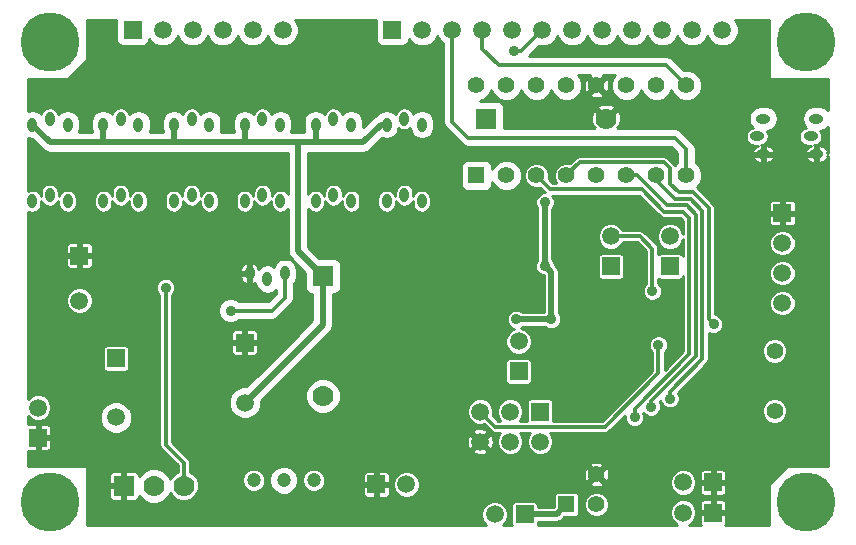
<source format=gtl>
G04 (created by PCBNEW (2013-07-07 BZR 4022)-stable) date 2015-02-26 23:16:54*
%MOIN*%
G04 Gerber Fmt 3.4, Leading zero omitted, Abs format*
%FSLAX34Y34*%
G01*
G70*
G90*
G04 APERTURE LIST*
%ADD10C,0.00629921*%
%ADD11C,0.07*%
%ADD12R,0.07X0.07*%
%ADD13R,0.055X0.055*%
%ADD14C,0.055*%
%ADD15O,0.0314961X0.0472441*%
%ADD16C,0.1969*%
%ADD17R,0.0590551X0.0590551*%
%ADD18C,0.0590551*%
%ADD19O,0.0472441X0.0314961*%
%ADD20C,0.0591*%
%ADD21R,0.0591X0.0591*%
%ADD22C,0.0472*%
%ADD23C,0.0354331*%
%ADD24C,0.011811*%
%ADD25C,0.019685*%
%ADD26C,0.01*%
G04 APERTURE END LIST*
G54D10*
G54D11*
X10275Y4732D03*
G54D12*
X10275Y8732D03*
G54D11*
X19716Y13976D03*
G54D12*
X15716Y13976D03*
G54D13*
X15397Y12082D03*
G54D14*
X16397Y12082D03*
X17397Y12082D03*
X18397Y12082D03*
X19397Y12082D03*
X20397Y12082D03*
X21397Y12082D03*
X22397Y12082D03*
X22397Y15082D03*
X21397Y15082D03*
X20397Y15082D03*
X19397Y15082D03*
X18397Y15082D03*
X17397Y15082D03*
X16397Y15082D03*
X15397Y15082D03*
G54D15*
X9015Y8818D03*
X8425Y8622D03*
X7834Y8818D03*
G54D16*
X1181Y16535D03*
X26377Y16535D03*
X26377Y1181D03*
X1181Y1181D03*
G54D17*
X3937Y16929D03*
G54D18*
X4937Y16929D03*
X5937Y16929D03*
X6937Y16929D03*
X7937Y16929D03*
X8937Y16929D03*
G54D17*
X12598Y16929D03*
G54D18*
X13598Y16929D03*
X14598Y16929D03*
X15598Y16929D03*
X16598Y16929D03*
X17598Y16929D03*
X18598Y16929D03*
X19598Y16929D03*
X20598Y16929D03*
X21598Y16929D03*
X22598Y16929D03*
X23598Y16929D03*
G54D19*
X26732Y12795D03*
X26535Y13385D03*
X26732Y13976D03*
G54D15*
X12401Y13779D03*
X12992Y13976D03*
X13582Y13779D03*
X12401Y11220D03*
X12992Y11417D03*
X13582Y11220D03*
G54D19*
X24960Y12795D03*
X24763Y13385D03*
X24960Y13976D03*
G54D15*
X10039Y13779D03*
X10629Y13976D03*
X11220Y13779D03*
X7677Y13779D03*
X8267Y13976D03*
X8858Y13779D03*
X7677Y11220D03*
X8267Y11417D03*
X8858Y11220D03*
X5314Y13779D03*
X5905Y13976D03*
X6496Y13779D03*
X5314Y11220D03*
X5905Y11417D03*
X6496Y11220D03*
X2952Y13779D03*
X3543Y13976D03*
X4133Y13779D03*
X2952Y11220D03*
X3543Y11417D03*
X4133Y11220D03*
X590Y13779D03*
X1181Y13976D03*
X1771Y13779D03*
X10039Y11220D03*
X10629Y11417D03*
X11220Y11220D03*
X590Y11220D03*
X1181Y11417D03*
X1771Y11220D03*
G54D20*
X7677Y4511D03*
G54D21*
X7677Y6511D03*
X3385Y5984D03*
G54D20*
X3385Y4016D03*
X2165Y7913D03*
G54D21*
X2165Y9409D03*
G54D11*
X5645Y1732D03*
X4645Y1732D03*
G54D12*
X3645Y1732D03*
G54D22*
X7976Y1929D03*
X8976Y1929D03*
X9976Y1929D03*
G54D14*
X25334Y6236D03*
X25334Y4236D03*
G54D17*
X23287Y1850D03*
G54D18*
X22287Y1850D03*
G54D17*
X21850Y9055D03*
G54D18*
X21850Y10055D03*
G54D17*
X16811Y5551D03*
G54D18*
X16811Y6551D03*
G54D17*
X12066Y1781D03*
G54D18*
X13066Y1781D03*
G54D17*
X23287Y846D03*
G54D18*
X22287Y846D03*
G54D17*
X19881Y9055D03*
G54D18*
X19881Y10055D03*
G54D17*
X17007Y787D03*
G54D18*
X16007Y787D03*
G54D17*
X787Y3346D03*
G54D18*
X787Y4346D03*
G54D17*
X17519Y4212D03*
G54D18*
X17519Y3212D03*
X16519Y4212D03*
X16519Y3212D03*
X15519Y4212D03*
X15519Y3212D03*
G54D13*
X18397Y1114D03*
G54D14*
X19397Y1114D03*
X19397Y2114D03*
G54D17*
X25590Y10826D03*
G54D18*
X25590Y9826D03*
X25590Y8826D03*
X25590Y7826D03*
G54D23*
X23307Y7125D03*
X21850Y4645D03*
X21220Y4370D03*
X20669Y4015D03*
X16653Y16220D03*
X7204Y7578D03*
X5039Y8346D03*
X21466Y6437D03*
X21259Y8228D03*
X17687Y11190D03*
X17677Y9074D03*
X17893Y7283D03*
X16732Y7283D03*
X20275Y1377D03*
X2559Y12194D03*
X12047Y12204D03*
X25433Y5275D03*
X24498Y3444D03*
X20885Y6053D03*
X10314Y3346D03*
X3740Y4921D03*
X14527Y6929D03*
X7086Y12204D03*
X4724Y12204D03*
G54D24*
X21850Y11811D02*
X21850Y12322D01*
X23307Y7125D02*
X23149Y7283D01*
X23149Y7283D02*
X23149Y10997D01*
X23149Y10997D02*
X22631Y11515D01*
X22631Y11515D02*
X22145Y11515D01*
X22145Y11515D02*
X21850Y11811D01*
X18834Y12519D02*
X18397Y12082D01*
X21653Y12519D02*
X18834Y12519D01*
X21850Y12322D02*
X21653Y12519D01*
X22023Y11299D02*
X21397Y11925D01*
X21397Y11925D02*
X21397Y12082D01*
X22541Y11299D02*
X22023Y11299D01*
X22933Y10907D02*
X22933Y5962D01*
X22541Y11299D02*
X22933Y10907D01*
X21850Y4645D02*
X21850Y4879D01*
X21850Y4879D02*
X22933Y5962D01*
X21751Y11082D02*
X20751Y12082D01*
X21220Y4555D02*
X22716Y6052D01*
X22716Y6052D02*
X22716Y10778D01*
X22716Y10778D02*
X22412Y11082D01*
X21220Y4370D02*
X21220Y4555D01*
X21751Y11082D02*
X22412Y11082D01*
X20751Y12082D02*
X20397Y12082D01*
X22500Y6141D02*
X22500Y10649D01*
X20669Y4311D02*
X22500Y6141D01*
X20669Y4311D02*
X20669Y4015D01*
X17866Y11614D02*
X17397Y12082D01*
X20905Y11614D02*
X17866Y11614D01*
X21653Y10866D02*
X20905Y11614D01*
X22283Y10866D02*
X21653Y10866D01*
X22500Y10649D02*
X22283Y10866D01*
G54D25*
X18397Y1114D02*
X18070Y787D01*
X18070Y787D02*
X17007Y787D01*
G54D24*
X22397Y12082D02*
X22397Y12956D01*
X14598Y13866D02*
X15118Y13346D01*
X15118Y13346D02*
X22007Y13346D01*
X14598Y13866D02*
X14598Y16929D01*
X22397Y12956D02*
X22007Y13346D01*
X22397Y15082D02*
X21732Y15748D01*
X15598Y16291D02*
X15598Y16929D01*
X16141Y15748D02*
X15598Y16291D01*
X21732Y15748D02*
X16141Y15748D01*
X17598Y16929D02*
X16889Y16220D01*
X16889Y16220D02*
X16653Y16220D01*
X9015Y8011D02*
X9015Y8818D01*
X8582Y7578D02*
X9015Y8011D01*
X7204Y7578D02*
X8582Y7578D01*
X5645Y1732D02*
X5645Y2503D01*
X5039Y3110D02*
X5039Y8346D01*
X5645Y2503D02*
X5039Y3110D01*
X21466Y6437D02*
X21466Y5482D01*
X21466Y5482D02*
X19685Y3700D01*
X19685Y3700D02*
X16031Y3700D01*
X16031Y3700D02*
X15519Y4212D01*
X20850Y10055D02*
X19881Y10055D01*
X21259Y9645D02*
X20850Y10055D01*
X21259Y8228D02*
X21259Y9645D01*
G54D25*
X17677Y9074D02*
X17677Y11181D01*
X17677Y11181D02*
X17687Y11190D01*
X17893Y7283D02*
X17893Y8858D01*
X17893Y8858D02*
X17677Y9074D01*
X16732Y7283D02*
X17893Y7283D01*
X2559Y12194D02*
X2539Y12194D01*
X10039Y13779D02*
X10039Y13188D01*
X7677Y13779D02*
X7677Y13188D01*
X5314Y13779D02*
X5314Y13188D01*
X2952Y13779D02*
X2952Y13188D01*
X9448Y13188D02*
X7677Y13188D01*
X7677Y13188D02*
X5314Y13188D01*
X5314Y13188D02*
X2952Y13188D01*
X2952Y13188D02*
X1181Y13188D01*
X1181Y13188D02*
X590Y13779D01*
X9448Y13188D02*
X10039Y13188D01*
X10039Y13188D02*
X11614Y13188D01*
X10275Y8732D02*
X9448Y9559D01*
X9448Y9559D02*
X9448Y13188D01*
X12204Y13779D02*
X12401Y13779D01*
X11614Y13188D02*
X12204Y13779D01*
X7677Y4511D02*
X10275Y7110D01*
X10275Y7110D02*
X10275Y8732D01*
G54D10*
G36*
X27115Y2412D02*
X27101Y2412D01*
X26682Y2412D01*
X26682Y12524D01*
X26682Y12745D01*
X26389Y12745D01*
X26363Y12698D01*
X26421Y12590D01*
X26516Y12517D01*
X26633Y12486D01*
X26682Y12524D01*
X26682Y2412D01*
X26034Y2412D01*
X26034Y7914D01*
X26034Y8914D01*
X26034Y9914D01*
X26034Y9914D01*
X26034Y10502D01*
X26034Y11151D01*
X26011Y11206D01*
X25970Y11247D01*
X25915Y11270D01*
X25856Y11270D01*
X25677Y11270D01*
X25640Y11233D01*
X25640Y10876D01*
X25997Y10876D01*
X26034Y10913D01*
X26034Y11151D01*
X26034Y10502D01*
X26034Y10739D01*
X25997Y10776D01*
X25640Y10776D01*
X25640Y10420D01*
X25677Y10383D01*
X25856Y10383D01*
X25915Y10383D01*
X25970Y10405D01*
X26011Y10447D01*
X26034Y10502D01*
X26034Y9914D01*
X25966Y10077D01*
X25842Y10202D01*
X25679Y10270D01*
X25540Y10270D01*
X25540Y10420D01*
X25540Y10776D01*
X25540Y10876D01*
X25540Y11233D01*
X25503Y11270D01*
X25453Y11270D01*
X25453Y13976D01*
X25422Y14131D01*
X25334Y14262D01*
X25203Y14349D01*
X25048Y14380D01*
X24872Y14380D01*
X24717Y14349D01*
X24586Y14262D01*
X24498Y14131D01*
X24468Y13976D01*
X24498Y13821D01*
X24586Y13690D01*
X24605Y13677D01*
X24560Y13668D01*
X24461Y13602D01*
X24394Y13502D01*
X24371Y13385D01*
X24394Y13268D01*
X24461Y13169D01*
X24560Y13103D01*
X24677Y13079D01*
X24770Y13079D01*
X24745Y13073D01*
X24649Y12999D01*
X24591Y12891D01*
X24617Y12845D01*
X24910Y12845D01*
X24910Y13066D01*
X24884Y13086D01*
X24967Y13103D01*
X25066Y13169D01*
X25132Y13268D01*
X25155Y13385D01*
X25132Y13502D01*
X25082Y13578D01*
X25203Y13602D01*
X25334Y13690D01*
X25422Y13821D01*
X25453Y13976D01*
X25453Y11270D01*
X25329Y11270D01*
X25329Y12698D01*
X25329Y12891D01*
X25271Y12999D01*
X25175Y13073D01*
X25059Y13104D01*
X25010Y13066D01*
X25010Y12845D01*
X25303Y12845D01*
X25329Y12891D01*
X25329Y12698D01*
X25303Y12745D01*
X25010Y12745D01*
X25010Y12524D01*
X25059Y12486D01*
X25175Y12517D01*
X25271Y12590D01*
X25329Y12698D01*
X25329Y11270D01*
X25324Y11270D01*
X25265Y11270D01*
X25211Y11247D01*
X25169Y11206D01*
X25146Y11151D01*
X25146Y10913D01*
X25183Y10876D01*
X25540Y10876D01*
X25540Y10776D01*
X25183Y10776D01*
X25146Y10739D01*
X25146Y10502D01*
X25169Y10447D01*
X25211Y10405D01*
X25265Y10383D01*
X25324Y10383D01*
X25503Y10383D01*
X25540Y10420D01*
X25540Y10270D01*
X25502Y10270D01*
X25339Y10203D01*
X25214Y10078D01*
X25146Y9915D01*
X25146Y9738D01*
X25214Y9575D01*
X25338Y9450D01*
X25501Y9383D01*
X25678Y9382D01*
X25841Y9450D01*
X25966Y9575D01*
X26034Y9738D01*
X26034Y9914D01*
X26034Y8914D01*
X25966Y9077D01*
X25842Y9202D01*
X25679Y9270D01*
X25502Y9270D01*
X25339Y9203D01*
X25214Y9078D01*
X25146Y8915D01*
X25146Y8738D01*
X25214Y8575D01*
X25338Y8450D01*
X25501Y8383D01*
X25678Y8382D01*
X25841Y8450D01*
X25966Y8575D01*
X26034Y8738D01*
X26034Y8914D01*
X26034Y7914D01*
X25966Y8077D01*
X25842Y8202D01*
X25679Y8270D01*
X25502Y8270D01*
X25339Y8203D01*
X25214Y8078D01*
X25146Y7915D01*
X25146Y7738D01*
X25214Y7575D01*
X25338Y7450D01*
X25501Y7383D01*
X25678Y7382D01*
X25841Y7450D01*
X25966Y7575D01*
X26034Y7738D01*
X26034Y7914D01*
X26034Y2412D01*
X25766Y2412D01*
X25758Y2403D01*
X25758Y4320D01*
X25758Y6320D01*
X25693Y6475D01*
X25574Y6594D01*
X25419Y6659D01*
X25250Y6659D01*
X25095Y6595D01*
X24975Y6476D01*
X24911Y6320D01*
X24911Y6152D01*
X24975Y5996D01*
X25094Y5877D01*
X25250Y5812D01*
X25418Y5812D01*
X25574Y5877D01*
X25693Y5996D01*
X25757Y6151D01*
X25758Y6320D01*
X25758Y4320D01*
X25693Y4475D01*
X25574Y4594D01*
X25419Y4659D01*
X25250Y4659D01*
X25095Y4595D01*
X24975Y4476D01*
X24911Y4320D01*
X24911Y4152D01*
X24975Y3996D01*
X25094Y3877D01*
X25250Y3812D01*
X25418Y3812D01*
X25574Y3877D01*
X25693Y3996D01*
X25757Y4151D01*
X25758Y4320D01*
X25758Y2403D01*
X25146Y1792D01*
X25146Y443D01*
X24910Y443D01*
X24910Y12524D01*
X24910Y12745D01*
X24617Y12745D01*
X24591Y12698D01*
X24649Y12590D01*
X24745Y12517D01*
X24862Y12486D01*
X24910Y12524D01*
X24910Y443D01*
X23685Y443D01*
X23708Y466D01*
X23731Y521D01*
X23731Y580D01*
X23731Y1112D01*
X23731Y1584D01*
X23731Y2116D01*
X23731Y2175D01*
X23708Y2229D01*
X23666Y2271D01*
X23612Y2294D01*
X23374Y2294D01*
X23337Y2256D01*
X23337Y1900D01*
X23693Y1900D01*
X23731Y1937D01*
X23731Y2116D01*
X23731Y1584D01*
X23731Y1763D01*
X23693Y1800D01*
X23337Y1800D01*
X23337Y1443D01*
X23374Y1406D01*
X23612Y1406D01*
X23666Y1429D01*
X23708Y1470D01*
X23731Y1525D01*
X23731Y1584D01*
X23731Y1112D01*
X23731Y1171D01*
X23708Y1225D01*
X23666Y1267D01*
X23612Y1290D01*
X23374Y1290D01*
X23337Y1253D01*
X23337Y896D01*
X23693Y896D01*
X23731Y933D01*
X23731Y1112D01*
X23731Y580D01*
X23731Y759D01*
X23693Y796D01*
X23337Y796D01*
X23337Y788D01*
X23237Y788D01*
X23237Y796D01*
X23237Y896D01*
X23237Y1253D01*
X23237Y1443D01*
X23237Y1800D01*
X23237Y1900D01*
X23237Y2256D01*
X23200Y2294D01*
X22962Y2294D01*
X22908Y2271D01*
X22866Y2229D01*
X22843Y2175D01*
X22843Y2116D01*
X22843Y1937D01*
X22880Y1900D01*
X23237Y1900D01*
X23237Y1800D01*
X22880Y1800D01*
X22843Y1763D01*
X22843Y1584D01*
X22843Y1525D01*
X22866Y1470D01*
X22908Y1429D01*
X22962Y1406D01*
X23200Y1406D01*
X23237Y1443D01*
X23237Y1253D01*
X23200Y1290D01*
X22962Y1290D01*
X22908Y1267D01*
X22866Y1225D01*
X22843Y1171D01*
X22843Y1112D01*
X22843Y933D01*
X22880Y896D01*
X23237Y896D01*
X23237Y796D01*
X22880Y796D01*
X22843Y759D01*
X22843Y580D01*
X22843Y521D01*
X22866Y466D01*
X22889Y443D01*
X22474Y443D01*
X22538Y470D01*
X22663Y594D01*
X22731Y757D01*
X22731Y934D01*
X22731Y1938D01*
X22663Y2101D01*
X22539Y2226D01*
X22376Y2294D01*
X22199Y2294D01*
X22036Y2226D01*
X21911Y2102D01*
X21843Y1939D01*
X21843Y1762D01*
X21911Y1599D01*
X22035Y1474D01*
X22198Y1406D01*
X22375Y1406D01*
X22538Y1474D01*
X22663Y1598D01*
X22731Y1761D01*
X22731Y1938D01*
X22731Y934D01*
X22663Y1097D01*
X22539Y1222D01*
X22376Y1290D01*
X22199Y1290D01*
X22036Y1222D01*
X21911Y1098D01*
X21843Y935D01*
X21843Y758D01*
X21911Y595D01*
X22035Y470D01*
X22100Y443D01*
X19826Y443D01*
X19826Y2062D01*
X19813Y2230D01*
X19773Y2325D01*
X19709Y2355D01*
X19639Y2284D01*
X19639Y2426D01*
X19609Y2490D01*
X19449Y2542D01*
X19281Y2529D01*
X19186Y2490D01*
X19156Y2426D01*
X19397Y2184D01*
X19639Y2426D01*
X19639Y2284D01*
X19468Y2114D01*
X19709Y1872D01*
X19773Y1902D01*
X19826Y2062D01*
X19826Y443D01*
X19821Y443D01*
X19821Y1198D01*
X19756Y1353D01*
X19639Y1471D01*
X19639Y1802D01*
X19397Y2043D01*
X19326Y1972D01*
X19326Y2114D01*
X19085Y2355D01*
X19021Y2325D01*
X18968Y2165D01*
X18981Y1997D01*
X19021Y1902D01*
X19085Y1872D01*
X19326Y2114D01*
X19326Y1972D01*
X19156Y1802D01*
X19186Y1737D01*
X19346Y1685D01*
X19514Y1698D01*
X19609Y1737D01*
X19639Y1802D01*
X19639Y1471D01*
X19637Y1472D01*
X19482Y1537D01*
X19313Y1537D01*
X19158Y1473D01*
X19038Y1354D01*
X18974Y1198D01*
X18974Y1030D01*
X19038Y874D01*
X19157Y755D01*
X19313Y690D01*
X19481Y690D01*
X19637Y755D01*
X19756Y874D01*
X19820Y1029D01*
X19821Y1198D01*
X19821Y443D01*
X17443Y443D01*
X17451Y462D01*
X17451Y521D01*
X17451Y540D01*
X18070Y540D01*
X18165Y559D01*
X18165Y559D01*
X18245Y612D01*
X18323Y690D01*
X18702Y690D01*
X18756Y713D01*
X18798Y754D01*
X18821Y809D01*
X18821Y868D01*
X18821Y1418D01*
X18798Y1473D01*
X18756Y1514D01*
X18702Y1537D01*
X18643Y1537D01*
X18093Y1537D01*
X18038Y1515D01*
X17996Y1473D01*
X17974Y1418D01*
X17974Y1359D01*
X17974Y1039D01*
X17968Y1034D01*
X17451Y1034D01*
X17451Y1112D01*
X17429Y1166D01*
X17387Y1208D01*
X17332Y1231D01*
X17273Y1231D01*
X16683Y1231D01*
X16628Y1208D01*
X16586Y1166D01*
X16564Y1112D01*
X16564Y1053D01*
X16564Y462D01*
X16572Y443D01*
X16291Y443D01*
X16383Y535D01*
X16451Y698D01*
X16451Y875D01*
X16384Y1038D01*
X16259Y1163D01*
X16096Y1231D01*
X15968Y1231D01*
X15968Y3156D01*
X15955Y3332D01*
X15912Y3436D01*
X15846Y3468D01*
X15775Y3398D01*
X15775Y3539D01*
X15743Y3605D01*
X15576Y3661D01*
X15399Y3648D01*
X15295Y3605D01*
X15263Y3539D01*
X15519Y3283D01*
X15775Y3539D01*
X15775Y3398D01*
X15590Y3212D01*
X15846Y2956D01*
X15912Y2988D01*
X15968Y3156D01*
X15968Y1231D01*
X15920Y1231D01*
X15775Y1171D01*
X15775Y2885D01*
X15519Y3141D01*
X15448Y3071D01*
X15448Y3212D01*
X15192Y3468D01*
X15126Y3436D01*
X15070Y3268D01*
X15083Y3092D01*
X15126Y2988D01*
X15192Y2956D01*
X15448Y3212D01*
X15448Y3071D01*
X15263Y2885D01*
X15295Y2819D01*
X15463Y2763D01*
X15639Y2776D01*
X15743Y2819D01*
X15775Y2885D01*
X15775Y1171D01*
X15756Y1163D01*
X15631Y1039D01*
X15564Y876D01*
X15564Y699D01*
X15631Y536D01*
X15724Y443D01*
X13888Y443D01*
X13888Y11134D01*
X13888Y11306D01*
X13865Y11423D01*
X13798Y11523D01*
X13699Y11589D01*
X13582Y11612D01*
X13465Y11589D01*
X13366Y11523D01*
X13300Y11423D01*
X13298Y11413D01*
X13298Y11503D01*
X13274Y11620D01*
X13208Y11719D01*
X13109Y11786D01*
X12992Y11809D01*
X12875Y11786D01*
X12775Y11719D01*
X12709Y11620D01*
X12686Y11503D01*
X12686Y11413D01*
X12684Y11423D01*
X12617Y11523D01*
X12518Y11589D01*
X12401Y11612D01*
X12284Y11589D01*
X12185Y11523D01*
X12118Y11423D01*
X12095Y11306D01*
X12095Y11134D01*
X12118Y11017D01*
X12185Y10917D01*
X12284Y10851D01*
X12401Y10828D01*
X12518Y10851D01*
X12617Y10917D01*
X12684Y11017D01*
X12707Y11134D01*
X12707Y11224D01*
X12709Y11213D01*
X12775Y11114D01*
X12875Y11048D01*
X12992Y11025D01*
X13109Y11048D01*
X13208Y11114D01*
X13274Y11213D01*
X13276Y11224D01*
X13276Y11134D01*
X13300Y11017D01*
X13366Y10917D01*
X13465Y10851D01*
X13582Y10828D01*
X13699Y10851D01*
X13798Y10917D01*
X13865Y11017D01*
X13888Y11134D01*
X13888Y443D01*
X13510Y443D01*
X13510Y1869D01*
X13443Y2032D01*
X13318Y2157D01*
X13155Y2225D01*
X12979Y2225D01*
X12815Y2157D01*
X12690Y2033D01*
X12623Y1870D01*
X12623Y1693D01*
X12690Y1530D01*
X12815Y1405D01*
X12978Y1337D01*
X13154Y1337D01*
X13317Y1405D01*
X13442Y1529D01*
X13510Y1692D01*
X13510Y1869D01*
X13510Y443D01*
X12510Y443D01*
X12510Y1515D01*
X12510Y2047D01*
X12510Y2106D01*
X12487Y2160D01*
X12446Y2202D01*
X12391Y2225D01*
X12154Y2225D01*
X12116Y2188D01*
X12116Y1831D01*
X12473Y1831D01*
X12510Y1868D01*
X12510Y2047D01*
X12510Y1515D01*
X12510Y1694D01*
X12473Y1731D01*
X12116Y1731D01*
X12116Y1374D01*
X12154Y1337D01*
X12391Y1337D01*
X12446Y1360D01*
X12487Y1402D01*
X12510Y1456D01*
X12510Y1515D01*
X12510Y443D01*
X12016Y443D01*
X12016Y1374D01*
X12016Y1731D01*
X12016Y1831D01*
X12016Y2188D01*
X11979Y2225D01*
X11742Y2225D01*
X11687Y2202D01*
X11645Y2160D01*
X11623Y2106D01*
X11623Y2047D01*
X11623Y1868D01*
X11660Y1831D01*
X12016Y1831D01*
X12016Y1731D01*
X11660Y1731D01*
X11623Y1694D01*
X11623Y1515D01*
X11623Y1456D01*
X11645Y1402D01*
X11687Y1360D01*
X11742Y1337D01*
X11979Y1337D01*
X12016Y1374D01*
X12016Y443D01*
X10872Y443D01*
X10872Y4850D01*
X10781Y5069D01*
X10614Y5237D01*
X10394Y5329D01*
X10157Y5329D01*
X9937Y5238D01*
X9769Y5070D01*
X9678Y4851D01*
X9678Y4614D01*
X9769Y4394D01*
X9937Y4226D01*
X10156Y4135D01*
X10393Y4135D01*
X10613Y4226D01*
X10781Y4393D01*
X10872Y4613D01*
X10872Y4850D01*
X10872Y443D01*
X10360Y443D01*
X10360Y2005D01*
X10302Y2146D01*
X10194Y2254D01*
X10053Y2313D01*
X9900Y2313D01*
X9758Y2255D01*
X9650Y2147D01*
X9592Y2005D01*
X9591Y1853D01*
X9650Y1711D01*
X9758Y1603D01*
X9899Y1544D01*
X10052Y1544D01*
X10193Y1603D01*
X10302Y1711D01*
X10360Y1852D01*
X10360Y2005D01*
X10360Y443D01*
X9459Y443D01*
X9459Y2024D01*
X9385Y2202D01*
X9250Y2338D01*
X9072Y2411D01*
X8880Y2412D01*
X8703Y2338D01*
X8567Y2203D01*
X8493Y2025D01*
X8493Y1833D01*
X8566Y1655D01*
X8702Y1520D01*
X8879Y1446D01*
X9072Y1446D01*
X9249Y1519D01*
X9385Y1655D01*
X9459Y1832D01*
X9459Y2024D01*
X9459Y443D01*
X8360Y443D01*
X8360Y2005D01*
X8302Y2146D01*
X8194Y2254D01*
X8053Y2313D01*
X7900Y2313D01*
X7758Y2255D01*
X7650Y2147D01*
X7592Y2005D01*
X7591Y1853D01*
X7650Y1711D01*
X7758Y1603D01*
X7899Y1544D01*
X8052Y1544D01*
X8193Y1603D01*
X8302Y1711D01*
X8360Y1852D01*
X8360Y2005D01*
X8360Y443D01*
X6144Y443D01*
X6144Y1830D01*
X6068Y2014D01*
X5928Y2154D01*
X5853Y2185D01*
X5853Y2503D01*
X5853Y2503D01*
X5837Y2583D01*
X5837Y2583D01*
X5822Y2605D01*
X5792Y2650D01*
X5792Y2650D01*
X5246Y3196D01*
X5246Y8093D01*
X5315Y8161D01*
X5364Y8281D01*
X5365Y8410D01*
X5315Y8530D01*
X5224Y8622D01*
X5104Y8671D01*
X4974Y8672D01*
X4855Y8622D01*
X4763Y8531D01*
X4713Y8411D01*
X4713Y8281D01*
X4763Y8162D01*
X4831Y8093D01*
X4831Y3110D01*
X4847Y3030D01*
X4892Y2963D01*
X5438Y2417D01*
X5438Y2185D01*
X5363Y2155D01*
X5223Y2014D01*
X5198Y1956D01*
X5151Y2069D01*
X4984Y2237D01*
X4764Y2329D01*
X4527Y2329D01*
X4439Y2292D01*
X4439Y11134D01*
X4439Y11306D01*
X4416Y11423D01*
X4350Y11523D01*
X4250Y11589D01*
X4133Y11612D01*
X4016Y11589D01*
X3917Y11523D01*
X3851Y11423D01*
X3849Y11413D01*
X3849Y11503D01*
X3825Y11620D01*
X3759Y11719D01*
X3660Y11786D01*
X3543Y11809D01*
X3426Y11786D01*
X3326Y11719D01*
X3260Y11620D01*
X3237Y11503D01*
X3237Y11413D01*
X3235Y11423D01*
X3169Y11523D01*
X3069Y11589D01*
X2952Y11612D01*
X2835Y11589D01*
X2736Y11523D01*
X2670Y11423D01*
X2646Y11306D01*
X2646Y11134D01*
X2670Y11017D01*
X2736Y10917D01*
X2835Y10851D01*
X2952Y10828D01*
X3069Y10851D01*
X3169Y10917D01*
X3235Y11017D01*
X3258Y11134D01*
X3258Y11224D01*
X3260Y11213D01*
X3326Y11114D01*
X3426Y11048D01*
X3543Y11025D01*
X3660Y11048D01*
X3759Y11114D01*
X3825Y11213D01*
X3827Y11224D01*
X3827Y11134D01*
X3851Y11017D01*
X3917Y10917D01*
X4016Y10851D01*
X4133Y10828D01*
X4250Y10851D01*
X4350Y10917D01*
X4416Y11017D01*
X4439Y11134D01*
X4439Y2292D01*
X4308Y2238D01*
X4144Y2074D01*
X4144Y2111D01*
X4121Y2166D01*
X4079Y2208D01*
X4025Y2230D01*
X3966Y2230D01*
X3928Y2230D01*
X3928Y4123D01*
X3845Y4322D01*
X3829Y4338D01*
X3829Y5717D01*
X3829Y6308D01*
X3807Y6363D01*
X3765Y6405D01*
X3710Y6427D01*
X3651Y6427D01*
X3060Y6427D01*
X3006Y6405D01*
X2964Y6363D01*
X2941Y6309D01*
X2941Y6250D01*
X2941Y5659D01*
X2964Y5604D01*
X3006Y5562D01*
X3060Y5540D01*
X3119Y5540D01*
X3710Y5540D01*
X3765Y5562D01*
X3807Y5604D01*
X3829Y5658D01*
X3829Y5717D01*
X3829Y4338D01*
X3693Y4475D01*
X3494Y4558D01*
X3278Y4558D01*
X3079Y4476D01*
X2926Y4323D01*
X2843Y4124D01*
X2843Y3908D01*
X2925Y3709D01*
X3078Y3556D01*
X3277Y3473D01*
X3493Y3473D01*
X3692Y3555D01*
X3845Y3708D01*
X3928Y3907D01*
X3928Y4123D01*
X3928Y2230D01*
X3732Y2230D01*
X3695Y2193D01*
X3695Y1782D01*
X3703Y1782D01*
X3703Y1682D01*
X3695Y1682D01*
X3695Y1270D01*
X3732Y1233D01*
X3966Y1233D01*
X4025Y1233D01*
X4079Y1256D01*
X4121Y1298D01*
X4144Y1352D01*
X4144Y1389D01*
X4307Y1226D01*
X4526Y1135D01*
X4763Y1135D01*
X4983Y1226D01*
X5151Y1393D01*
X5198Y1508D01*
X5222Y1450D01*
X5362Y1309D01*
X5546Y1233D01*
X5744Y1233D01*
X5927Y1309D01*
X6067Y1449D01*
X6144Y1632D01*
X6144Y1830D01*
X6144Y443D01*
X3595Y443D01*
X3595Y1270D01*
X3595Y1682D01*
X3595Y1782D01*
X3595Y2193D01*
X3558Y2230D01*
X3325Y2230D01*
X3266Y2230D01*
X3211Y2208D01*
X3169Y2166D01*
X3147Y2111D01*
X3147Y1819D01*
X3184Y1782D01*
X3595Y1782D01*
X3595Y1682D01*
X3184Y1682D01*
X3147Y1645D01*
X3147Y1352D01*
X3169Y1298D01*
X3211Y1256D01*
X3266Y1233D01*
X3325Y1233D01*
X3558Y1233D01*
X3595Y1270D01*
X3595Y443D01*
X2609Y443D01*
X2609Y8001D01*
X2609Y8001D01*
X2609Y9084D01*
X2609Y9734D01*
X2586Y9788D01*
X2545Y9830D01*
X2490Y9853D01*
X2431Y9853D01*
X2252Y9853D01*
X2215Y9816D01*
X2215Y9459D01*
X2572Y9459D01*
X2609Y9496D01*
X2609Y9734D01*
X2609Y9084D01*
X2609Y9322D01*
X2572Y9359D01*
X2215Y9359D01*
X2215Y9002D01*
X2252Y8965D01*
X2431Y8965D01*
X2490Y8965D01*
X2545Y8988D01*
X2586Y9029D01*
X2609Y9084D01*
X2609Y8001D01*
X2541Y8164D01*
X2417Y8289D01*
X2254Y8357D01*
X2115Y8357D01*
X2115Y9002D01*
X2115Y9359D01*
X2115Y9459D01*
X2115Y9816D01*
X2078Y9853D01*
X1899Y9853D01*
X1840Y9853D01*
X1785Y9830D01*
X1743Y9788D01*
X1721Y9734D01*
X1721Y9496D01*
X1758Y9459D01*
X2115Y9459D01*
X2115Y9359D01*
X1758Y9359D01*
X1721Y9322D01*
X1721Y9084D01*
X1743Y9029D01*
X1785Y8988D01*
X1840Y8965D01*
X1899Y8965D01*
X2078Y8965D01*
X2115Y9002D01*
X2115Y8357D01*
X2077Y8357D01*
X1914Y8289D01*
X1789Y8165D01*
X1721Y8002D01*
X1721Y7825D01*
X1788Y7662D01*
X1913Y7537D01*
X2076Y7469D01*
X2253Y7469D01*
X2416Y7536D01*
X2541Y7661D01*
X2609Y7824D01*
X2609Y8001D01*
X2609Y443D01*
X2412Y443D01*
X2412Y2412D01*
X1231Y2412D01*
X1231Y3021D01*
X1231Y3671D01*
X1208Y3725D01*
X1166Y3767D01*
X1112Y3790D01*
X1053Y3790D01*
X874Y3790D01*
X837Y3753D01*
X837Y3396D01*
X1193Y3396D01*
X1231Y3433D01*
X1231Y3671D01*
X1231Y3021D01*
X1231Y3259D01*
X1193Y3296D01*
X837Y3296D01*
X837Y2939D01*
X874Y2902D01*
X1053Y2902D01*
X1112Y2902D01*
X1166Y2925D01*
X1208Y2967D01*
X1231Y3021D01*
X1231Y2412D01*
X443Y2412D01*
X443Y2910D01*
X462Y2902D01*
X521Y2902D01*
X700Y2902D01*
X737Y2939D01*
X737Y3296D01*
X729Y3296D01*
X729Y3396D01*
X737Y3396D01*
X737Y3753D01*
X700Y3790D01*
X521Y3790D01*
X462Y3790D01*
X443Y3782D01*
X443Y4062D01*
X535Y3970D01*
X698Y3902D01*
X875Y3902D01*
X1038Y3970D01*
X1163Y4094D01*
X1231Y4257D01*
X1231Y4434D01*
X1163Y4597D01*
X1039Y4722D01*
X876Y4790D01*
X699Y4790D01*
X536Y4722D01*
X443Y4630D01*
X443Y10871D01*
X473Y10851D01*
X590Y10828D01*
X707Y10851D01*
X806Y10917D01*
X873Y11017D01*
X896Y11134D01*
X896Y11224D01*
X898Y11213D01*
X964Y11114D01*
X1064Y11048D01*
X1181Y11025D01*
X1298Y11048D01*
X1397Y11114D01*
X1463Y11213D01*
X1465Y11224D01*
X1465Y11134D01*
X1489Y11017D01*
X1555Y10917D01*
X1654Y10851D01*
X1771Y10828D01*
X1888Y10851D01*
X1987Y10917D01*
X2054Y11017D01*
X2077Y11134D01*
X2077Y11306D01*
X2054Y11423D01*
X1987Y11523D01*
X1888Y11589D01*
X1771Y11612D01*
X1654Y11589D01*
X1555Y11523D01*
X1489Y11423D01*
X1487Y11413D01*
X1487Y11503D01*
X1463Y11620D01*
X1397Y11719D01*
X1298Y11786D01*
X1181Y11809D01*
X1064Y11786D01*
X964Y11719D01*
X898Y11620D01*
X875Y11503D01*
X875Y11413D01*
X873Y11423D01*
X806Y11523D01*
X707Y11589D01*
X590Y11612D01*
X473Y11589D01*
X443Y11569D01*
X443Y13316D01*
X590Y13286D01*
X594Y13287D01*
X936Y12944D01*
X936Y12944D01*
X1004Y12899D01*
X1048Y12869D01*
X1048Y12869D01*
X1181Y12843D01*
X2952Y12843D01*
X5314Y12843D01*
X7677Y12843D01*
X9103Y12843D01*
X9103Y11479D01*
X9074Y11523D01*
X8975Y11589D01*
X8858Y11612D01*
X8741Y11589D01*
X8641Y11523D01*
X8575Y11423D01*
X8573Y11413D01*
X8573Y11503D01*
X8550Y11620D01*
X8484Y11719D01*
X8384Y11786D01*
X8267Y11809D01*
X8150Y11786D01*
X8051Y11719D01*
X7985Y11620D01*
X7961Y11503D01*
X7961Y11413D01*
X7959Y11423D01*
X7893Y11523D01*
X7794Y11589D01*
X7677Y11612D01*
X7560Y11589D01*
X7460Y11523D01*
X7394Y11423D01*
X7371Y11306D01*
X7371Y11134D01*
X7394Y11017D01*
X7460Y10917D01*
X7560Y10851D01*
X7677Y10828D01*
X7794Y10851D01*
X7893Y10917D01*
X7959Y11017D01*
X7983Y11134D01*
X7983Y11224D01*
X7985Y11213D01*
X8051Y11114D01*
X8150Y11048D01*
X8267Y11025D01*
X8384Y11048D01*
X8484Y11114D01*
X8550Y11213D01*
X8552Y11224D01*
X8552Y11134D01*
X8575Y11017D01*
X8641Y10917D01*
X8741Y10851D01*
X8858Y10828D01*
X8975Y10851D01*
X9074Y10917D01*
X9103Y10961D01*
X9103Y9559D01*
X9129Y9426D01*
X9204Y9314D01*
X9678Y8840D01*
X9678Y8333D01*
X9716Y8242D01*
X9785Y8173D01*
X9876Y8135D01*
X9930Y8135D01*
X9930Y7253D01*
X9420Y6743D01*
X9420Y8730D01*
X9420Y8907D01*
X9389Y9061D01*
X9301Y9193D01*
X9170Y9280D01*
X9015Y9311D01*
X8861Y9280D01*
X8729Y9193D01*
X8642Y9061D01*
X8638Y9044D01*
X8579Y9083D01*
X8425Y9114D01*
X8270Y9083D01*
X8139Y8996D01*
X8127Y8978D01*
X8112Y9034D01*
X8039Y9130D01*
X7931Y9187D01*
X7884Y9161D01*
X7884Y8868D01*
X7892Y8868D01*
X7892Y8768D01*
X7884Y8768D01*
X7884Y8476D01*
X7931Y8449D01*
X8027Y8501D01*
X8051Y8379D01*
X8139Y8247D01*
X8270Y8160D01*
X8425Y8129D01*
X8579Y8160D01*
X8709Y8247D01*
X8709Y8138D01*
X8455Y7884D01*
X7784Y7884D01*
X7784Y8476D01*
X7784Y8768D01*
X7784Y8868D01*
X7784Y9161D01*
X7738Y9187D01*
X7630Y9130D01*
X7556Y9034D01*
X7525Y8917D01*
X7563Y8868D01*
X7784Y8868D01*
X7784Y8768D01*
X7563Y8768D01*
X7525Y8720D01*
X7556Y8603D01*
X7630Y8507D01*
X7738Y8449D01*
X7784Y8476D01*
X7784Y7884D01*
X7498Y7884D01*
X7445Y7937D01*
X7289Y8002D01*
X7120Y8002D01*
X6964Y7938D01*
X6845Y7819D01*
X6801Y7714D01*
X6801Y11134D01*
X6801Y11306D01*
X6778Y11423D01*
X6712Y11523D01*
X6613Y11589D01*
X6496Y11612D01*
X6378Y11589D01*
X6279Y11523D01*
X6213Y11423D01*
X6211Y11413D01*
X6211Y11503D01*
X6188Y11620D01*
X6121Y11719D01*
X6022Y11786D01*
X5905Y11809D01*
X5788Y11786D01*
X5689Y11719D01*
X5622Y11620D01*
X5599Y11503D01*
X5599Y11413D01*
X5597Y11423D01*
X5531Y11523D01*
X5432Y11589D01*
X5314Y11612D01*
X5197Y11589D01*
X5098Y11523D01*
X5032Y11423D01*
X5009Y11306D01*
X5009Y11134D01*
X5032Y11017D01*
X5098Y10917D01*
X5197Y10851D01*
X5314Y10828D01*
X5432Y10851D01*
X5531Y10917D01*
X5597Y11017D01*
X5620Y11134D01*
X5620Y11224D01*
X5622Y11213D01*
X5689Y11114D01*
X5788Y11048D01*
X5905Y11025D01*
X6022Y11048D01*
X6121Y11114D01*
X6188Y11213D01*
X6190Y11224D01*
X6190Y11134D01*
X6213Y11017D01*
X6279Y10917D01*
X6378Y10851D01*
X6496Y10828D01*
X6613Y10851D01*
X6712Y10917D01*
X6778Y11017D01*
X6801Y11134D01*
X6801Y7714D01*
X6780Y7663D01*
X6780Y7494D01*
X6845Y7338D01*
X6964Y7219D01*
X7120Y7154D01*
X7288Y7154D01*
X7444Y7219D01*
X7498Y7272D01*
X8582Y7272D01*
X8699Y7296D01*
X8798Y7362D01*
X9232Y7795D01*
X9232Y7795D01*
X9232Y7795D01*
X9298Y7894D01*
X9298Y7894D01*
X9321Y8011D01*
X9321Y8011D01*
X9321Y8474D01*
X9389Y8575D01*
X9420Y8730D01*
X9420Y6743D01*
X8121Y5444D01*
X8121Y6186D01*
X8121Y6836D01*
X8098Y6891D01*
X8056Y6933D01*
X8002Y6955D01*
X7943Y6955D01*
X7764Y6955D01*
X7727Y6918D01*
X7727Y6561D01*
X8083Y6561D01*
X8121Y6598D01*
X8121Y6836D01*
X8121Y6186D01*
X8121Y6424D01*
X8083Y6461D01*
X7727Y6461D01*
X7727Y6104D01*
X7764Y6067D01*
X7943Y6067D01*
X8002Y6067D01*
X8056Y6090D01*
X8098Y6132D01*
X8121Y6186D01*
X8121Y5444D01*
X7731Y5054D01*
X7627Y5054D01*
X7627Y6104D01*
X7627Y6461D01*
X7627Y6561D01*
X7627Y6918D01*
X7590Y6955D01*
X7411Y6955D01*
X7352Y6955D01*
X7297Y6933D01*
X7255Y6891D01*
X7233Y6836D01*
X7233Y6598D01*
X7270Y6561D01*
X7627Y6561D01*
X7627Y6461D01*
X7270Y6461D01*
X7233Y6424D01*
X7233Y6186D01*
X7255Y6132D01*
X7297Y6090D01*
X7352Y6067D01*
X7411Y6067D01*
X7590Y6067D01*
X7627Y6104D01*
X7627Y5054D01*
X7569Y5054D01*
X7370Y4971D01*
X7217Y4819D01*
X7134Y4620D01*
X7134Y4404D01*
X7217Y4204D01*
X7369Y4052D01*
X7568Y3969D01*
X7784Y3969D01*
X7983Y4051D01*
X8136Y4204D01*
X8219Y4403D01*
X8219Y4565D01*
X10519Y6866D01*
X10519Y6866D01*
X10519Y6866D01*
X10594Y6978D01*
X10594Y6978D01*
X10620Y7110D01*
X10620Y8135D01*
X10674Y8135D01*
X10765Y8172D01*
X10834Y8242D01*
X10872Y8332D01*
X10872Y8431D01*
X10872Y9131D01*
X10834Y9221D01*
X10765Y9291D01*
X10674Y9329D01*
X10576Y9329D01*
X10166Y9329D01*
X9794Y9702D01*
X9794Y10961D01*
X9823Y10917D01*
X9922Y10851D01*
X10039Y10828D01*
X10156Y10851D01*
X10255Y10917D01*
X10321Y11017D01*
X10345Y11134D01*
X10345Y11224D01*
X10347Y11213D01*
X10413Y11114D01*
X10512Y11048D01*
X10629Y11025D01*
X10746Y11048D01*
X10846Y11114D01*
X10912Y11213D01*
X10914Y11224D01*
X10914Y11134D01*
X10937Y11017D01*
X11004Y10917D01*
X11103Y10851D01*
X11220Y10828D01*
X11337Y10851D01*
X11436Y10917D01*
X11503Y11017D01*
X11526Y11134D01*
X11526Y11306D01*
X11503Y11423D01*
X11436Y11523D01*
X11337Y11589D01*
X11220Y11612D01*
X11103Y11589D01*
X11004Y11523D01*
X10937Y11423D01*
X10935Y11413D01*
X10935Y11503D01*
X10912Y11620D01*
X10846Y11719D01*
X10746Y11786D01*
X10629Y11809D01*
X10512Y11786D01*
X10413Y11719D01*
X10347Y11620D01*
X10324Y11503D01*
X10324Y11413D01*
X10321Y11423D01*
X10255Y11523D01*
X10156Y11589D01*
X10039Y11612D01*
X9922Y11589D01*
X9823Y11523D01*
X9794Y11479D01*
X9794Y12843D01*
X10039Y12843D01*
X11614Y12843D01*
X11746Y12869D01*
X11858Y12944D01*
X12237Y13324D01*
X12246Y13317D01*
X12401Y13286D01*
X12556Y13317D01*
X12687Y13405D01*
X12775Y13536D01*
X12799Y13658D01*
X12875Y13607D01*
X12992Y13584D01*
X13109Y13607D01*
X13184Y13658D01*
X13209Y13536D01*
X13296Y13405D01*
X13427Y13317D01*
X13582Y13286D01*
X13737Y13317D01*
X13868Y13405D01*
X13956Y13536D01*
X13987Y13691D01*
X13987Y13867D01*
X13956Y14022D01*
X13868Y14153D01*
X13737Y14241D01*
X13582Y14272D01*
X13427Y14241D01*
X13296Y14153D01*
X13283Y14134D01*
X13274Y14179D01*
X13208Y14278D01*
X13109Y14345D01*
X12992Y14368D01*
X12875Y14345D01*
X12775Y14278D01*
X12709Y14179D01*
X12700Y14134D01*
X12687Y14153D01*
X12556Y14241D01*
X12401Y14272D01*
X12246Y14241D01*
X12115Y14153D01*
X12079Y14099D01*
X12072Y14098D01*
X12027Y14068D01*
X11960Y14023D01*
X11960Y14023D01*
X11623Y13687D01*
X11624Y13691D01*
X11624Y13867D01*
X11594Y14022D01*
X11506Y14153D01*
X11375Y14241D01*
X11220Y14272D01*
X11065Y14241D01*
X10934Y14153D01*
X10921Y14134D01*
X10912Y14179D01*
X10846Y14278D01*
X10746Y14345D01*
X10629Y14368D01*
X10512Y14345D01*
X10413Y14278D01*
X10347Y14179D01*
X10338Y14134D01*
X10325Y14153D01*
X10194Y14241D01*
X10039Y14272D01*
X9884Y14241D01*
X9753Y14153D01*
X9665Y14022D01*
X9635Y13867D01*
X9635Y13691D01*
X9665Y13536D01*
X9667Y13534D01*
X9448Y13534D01*
X9230Y13534D01*
X9231Y13536D01*
X9262Y13691D01*
X9262Y13867D01*
X9231Y14022D01*
X9144Y14153D01*
X9012Y14241D01*
X8858Y14272D01*
X8703Y14241D01*
X8572Y14153D01*
X8559Y14134D01*
X8550Y14179D01*
X8484Y14278D01*
X8384Y14345D01*
X8267Y14368D01*
X8150Y14345D01*
X8051Y14278D01*
X7985Y14179D01*
X7976Y14134D01*
X7963Y14153D01*
X7831Y14241D01*
X7677Y14272D01*
X7522Y14241D01*
X7391Y14153D01*
X7303Y14022D01*
X7272Y13867D01*
X7272Y13691D01*
X7303Y13536D01*
X7305Y13534D01*
X6868Y13534D01*
X6869Y13536D01*
X6900Y13691D01*
X6900Y13867D01*
X6869Y14022D01*
X6781Y14153D01*
X6650Y14241D01*
X6496Y14272D01*
X6341Y14241D01*
X6210Y14153D01*
X6197Y14134D01*
X6188Y14179D01*
X6121Y14278D01*
X6022Y14345D01*
X5905Y14368D01*
X5788Y14345D01*
X5689Y14278D01*
X5622Y14179D01*
X5613Y14134D01*
X5600Y14153D01*
X5469Y14241D01*
X5314Y14272D01*
X5160Y14241D01*
X5029Y14153D01*
X4941Y14022D01*
X4910Y13867D01*
X4910Y13691D01*
X4941Y13536D01*
X4942Y13534D01*
X4505Y13534D01*
X4507Y13536D01*
X4538Y13691D01*
X4538Y13867D01*
X4507Y14022D01*
X4419Y14153D01*
X4288Y14241D01*
X4133Y14272D01*
X3979Y14241D01*
X3847Y14153D01*
X3834Y14134D01*
X3825Y14179D01*
X3759Y14278D01*
X3660Y14345D01*
X3543Y14368D01*
X3426Y14345D01*
X3326Y14278D01*
X3260Y14179D01*
X3251Y14134D01*
X3238Y14153D01*
X3107Y14241D01*
X2952Y14272D01*
X2798Y14241D01*
X2666Y14153D01*
X2579Y14022D01*
X2548Y13867D01*
X2548Y13691D01*
X2579Y13536D01*
X2580Y13534D01*
X2143Y13534D01*
X2145Y13536D01*
X2175Y13691D01*
X2175Y13867D01*
X2145Y14022D01*
X2057Y14153D01*
X1926Y14241D01*
X1771Y14272D01*
X1616Y14241D01*
X1485Y14153D01*
X1472Y14134D01*
X1463Y14179D01*
X1397Y14278D01*
X1298Y14345D01*
X1181Y14368D01*
X1064Y14345D01*
X964Y14278D01*
X898Y14179D01*
X889Y14134D01*
X876Y14153D01*
X745Y14241D01*
X590Y14272D01*
X443Y14242D01*
X443Y15304D01*
X1792Y15304D01*
X2412Y15924D01*
X2412Y17272D01*
X3394Y17272D01*
X3394Y17175D01*
X3394Y16584D01*
X3432Y16494D01*
X3501Y16424D01*
X3592Y16387D01*
X3690Y16386D01*
X4281Y16386D01*
X4371Y16424D01*
X4441Y16493D01*
X4479Y16584D01*
X4479Y16620D01*
X4629Y16469D01*
X4828Y16387D01*
X5044Y16386D01*
X5243Y16469D01*
X5396Y16621D01*
X5437Y16719D01*
X5477Y16622D01*
X5629Y16469D01*
X5828Y16387D01*
X6044Y16386D01*
X6243Y16469D01*
X6396Y16621D01*
X6437Y16719D01*
X6477Y16622D01*
X6629Y16469D01*
X6828Y16387D01*
X7044Y16386D01*
X7243Y16469D01*
X7396Y16621D01*
X7437Y16719D01*
X7477Y16622D01*
X7629Y16469D01*
X7828Y16387D01*
X8044Y16386D01*
X8243Y16469D01*
X8396Y16621D01*
X8437Y16719D01*
X8477Y16622D01*
X8629Y16469D01*
X8828Y16387D01*
X9044Y16386D01*
X9243Y16469D01*
X9396Y16621D01*
X9479Y16820D01*
X9479Y17036D01*
X9396Y17235D01*
X9359Y17272D01*
X12056Y17272D01*
X12056Y17175D01*
X12056Y16584D01*
X12093Y16494D01*
X12163Y16424D01*
X12253Y16387D01*
X12352Y16386D01*
X12942Y16386D01*
X13033Y16424D01*
X13102Y16493D01*
X13140Y16584D01*
X13140Y16620D01*
X13290Y16469D01*
X13490Y16387D01*
X13705Y16386D01*
X13905Y16469D01*
X14057Y16621D01*
X14098Y16719D01*
X14138Y16622D01*
X14290Y16469D01*
X14292Y16469D01*
X14292Y13866D01*
X14315Y13749D01*
X14382Y13649D01*
X14901Y13130D01*
X14901Y13130D01*
X15001Y13063D01*
X15118Y13040D01*
X15118Y13040D01*
X21881Y13040D01*
X22091Y12829D01*
X22091Y12514D01*
X22016Y12439D01*
X21997Y12469D01*
X21997Y12469D01*
X21800Y12666D01*
X21732Y12711D01*
X21653Y12727D01*
X18834Y12727D01*
X18755Y12711D01*
X18687Y12666D01*
X18514Y12492D01*
X18482Y12506D01*
X18313Y12506D01*
X18158Y12441D01*
X18038Y12322D01*
X17974Y12167D01*
X17974Y11998D01*
X18038Y11843D01*
X18059Y11821D01*
X17952Y11821D01*
X17807Y11966D01*
X17820Y11998D01*
X17821Y12166D01*
X17756Y12322D01*
X17637Y12441D01*
X17482Y12506D01*
X17313Y12506D01*
X17158Y12441D01*
X17038Y12322D01*
X16974Y12167D01*
X16974Y11998D01*
X17038Y11843D01*
X17157Y11723D01*
X17313Y11659D01*
X17481Y11659D01*
X17514Y11672D01*
X17670Y11516D01*
X17622Y11516D01*
X17502Y11467D01*
X17411Y11375D01*
X17361Y11255D01*
X17361Y11126D01*
X17410Y11006D01*
X17430Y10987D01*
X17430Y9288D01*
X17401Y9259D01*
X17351Y9139D01*
X17351Y9010D01*
X17400Y8890D01*
X17492Y8798D01*
X17612Y8749D01*
X17646Y8749D01*
X17646Y7530D01*
X16945Y7530D01*
X16919Y7556D01*
X16919Y12186D01*
X16840Y12377D01*
X16693Y12524D01*
X16501Y12604D01*
X16294Y12604D01*
X16102Y12525D01*
X15955Y12378D01*
X15919Y12292D01*
X15919Y12406D01*
X15882Y12497D01*
X15812Y12566D01*
X15721Y12604D01*
X15623Y12604D01*
X15073Y12604D01*
X14982Y12567D01*
X14913Y12497D01*
X14875Y12406D01*
X14875Y12308D01*
X14875Y11758D01*
X14913Y11668D01*
X14982Y11598D01*
X15073Y11560D01*
X15171Y11560D01*
X15721Y11560D01*
X15812Y11598D01*
X15881Y11667D01*
X15919Y11758D01*
X15919Y11856D01*
X15919Y11873D01*
X15954Y11787D01*
X16101Y11640D01*
X16293Y11560D01*
X16500Y11560D01*
X16692Y11640D01*
X16839Y11786D01*
X16919Y11978D01*
X16919Y12186D01*
X16919Y7556D01*
X16916Y7559D01*
X16797Y7608D01*
X16667Y7609D01*
X16548Y7559D01*
X16456Y7468D01*
X16406Y7348D01*
X16406Y7218D01*
X16456Y7099D01*
X16547Y7007D01*
X16650Y6964D01*
X16560Y6927D01*
X16435Y6802D01*
X16367Y6639D01*
X16367Y6463D01*
X16434Y6300D01*
X16559Y6175D01*
X16722Y6107D01*
X16898Y6107D01*
X17062Y6174D01*
X17186Y6299D01*
X17254Y6462D01*
X17254Y6639D01*
X17187Y6802D01*
X17062Y6927D01*
X16899Y6994D01*
X16886Y6994D01*
X16916Y7007D01*
X16945Y7036D01*
X17680Y7036D01*
X17709Y7007D01*
X17828Y6957D01*
X17958Y6957D01*
X18077Y7007D01*
X18169Y7098D01*
X18219Y7218D01*
X18219Y7347D01*
X18169Y7467D01*
X18140Y7497D01*
X18140Y8858D01*
X18121Y8952D01*
X18121Y8952D01*
X18068Y9032D01*
X18002Y9098D01*
X18002Y9139D01*
X17953Y9258D01*
X17924Y9288D01*
X17924Y10967D01*
X17962Y11006D01*
X18012Y11125D01*
X18012Y11255D01*
X17963Y11375D01*
X17931Y11406D01*
X20819Y11406D01*
X21506Y10719D01*
X21506Y10719D01*
X21551Y10689D01*
X21574Y10674D01*
X21574Y10674D01*
X21653Y10658D01*
X21653Y10658D01*
X22197Y10658D01*
X22292Y10563D01*
X22292Y10146D01*
X22226Y10306D01*
X22102Y10431D01*
X21939Y10498D01*
X21762Y10498D01*
X21599Y10431D01*
X21474Y10306D01*
X21406Y10143D01*
X21406Y9967D01*
X21474Y9804D01*
X21598Y9679D01*
X21761Y9611D01*
X21938Y9611D01*
X22101Y9678D01*
X22226Y9803D01*
X22292Y9962D01*
X22292Y9383D01*
X22271Y9434D01*
X22229Y9476D01*
X22175Y9498D01*
X22116Y9498D01*
X21525Y9498D01*
X21471Y9476D01*
X21467Y9472D01*
X21467Y9645D01*
X21451Y9725D01*
X21451Y9725D01*
X21406Y9792D01*
X20997Y10201D01*
X20929Y10246D01*
X20850Y10262D01*
X20276Y10262D01*
X20258Y10306D01*
X20133Y10431D01*
X19970Y10498D01*
X19794Y10498D01*
X19630Y10431D01*
X19505Y10306D01*
X19438Y10143D01*
X19438Y9967D01*
X19505Y9804D01*
X19630Y9679D01*
X19793Y9611D01*
X19969Y9611D01*
X20132Y9678D01*
X20257Y9803D01*
X20276Y9847D01*
X20764Y9847D01*
X21052Y9559D01*
X21052Y8481D01*
X20983Y8413D01*
X20934Y8293D01*
X20934Y8163D01*
X20983Y8044D01*
X21075Y7952D01*
X21194Y7902D01*
X21324Y7902D01*
X21444Y7952D01*
X21535Y8043D01*
X21585Y8163D01*
X21585Y8292D01*
X21536Y8412D01*
X21467Y8481D01*
X21467Y8637D01*
X21470Y8634D01*
X21525Y8611D01*
X21584Y8611D01*
X22175Y8611D01*
X22229Y8633D01*
X22271Y8675D01*
X22292Y8726D01*
X22292Y6227D01*
X21674Y5609D01*
X21674Y6184D01*
X21742Y6252D01*
X21792Y6371D01*
X21792Y6501D01*
X21742Y6621D01*
X21651Y6712D01*
X21531Y6762D01*
X21402Y6762D01*
X21282Y6713D01*
X21190Y6621D01*
X21141Y6502D01*
X21140Y6372D01*
X21190Y6252D01*
X21259Y6183D01*
X21259Y5568D01*
X20325Y4634D01*
X20325Y8789D01*
X20325Y9379D01*
X20303Y9434D01*
X20261Y9476D01*
X20206Y9498D01*
X20147Y9498D01*
X19557Y9498D01*
X19502Y9476D01*
X19460Y9434D01*
X19438Y9380D01*
X19438Y9320D01*
X19438Y8730D01*
X19460Y8675D01*
X19502Y8634D01*
X19556Y8611D01*
X19616Y8611D01*
X20206Y8611D01*
X20261Y8633D01*
X20302Y8675D01*
X20325Y8730D01*
X20325Y8789D01*
X20325Y4634D01*
X19599Y3908D01*
X17963Y3908D01*
X17963Y3946D01*
X17963Y4537D01*
X17940Y4591D01*
X17899Y4633D01*
X17844Y4656D01*
X17785Y4656D01*
X17254Y4656D01*
X17254Y5285D01*
X17254Y5875D01*
X17232Y5930D01*
X17190Y5972D01*
X17135Y5994D01*
X17076Y5994D01*
X16486Y5994D01*
X16431Y5972D01*
X16389Y5930D01*
X16367Y5876D01*
X16367Y5817D01*
X16367Y5226D01*
X16389Y5171D01*
X16431Y5130D01*
X16486Y5107D01*
X16545Y5107D01*
X17135Y5107D01*
X17190Y5130D01*
X17232Y5171D01*
X17254Y5226D01*
X17254Y5285D01*
X17254Y4656D01*
X17195Y4656D01*
X17140Y4633D01*
X17098Y4592D01*
X17076Y4537D01*
X17075Y4478D01*
X17075Y3908D01*
X16842Y3908D01*
X16895Y3960D01*
X16963Y4123D01*
X16963Y4300D01*
X16896Y4463D01*
X16771Y4588D01*
X16608Y4656D01*
X16431Y4656D01*
X16268Y4588D01*
X16143Y4464D01*
X16076Y4301D01*
X16075Y4124D01*
X16143Y3961D01*
X16196Y3908D01*
X16117Y3908D01*
X15945Y4080D01*
X15963Y4123D01*
X15963Y4300D01*
X15896Y4463D01*
X15771Y4588D01*
X15608Y4656D01*
X15431Y4656D01*
X15268Y4588D01*
X15143Y4464D01*
X15076Y4301D01*
X15075Y4124D01*
X15143Y3961D01*
X15268Y3836D01*
X15431Y3768D01*
X15607Y3768D01*
X15651Y3787D01*
X15884Y3554D01*
X15884Y3554D01*
X15929Y3524D01*
X15952Y3509D01*
X15952Y3509D01*
X16031Y3493D01*
X16172Y3493D01*
X16143Y3464D01*
X16076Y3301D01*
X16075Y3124D01*
X16143Y2961D01*
X16268Y2836D01*
X16431Y2768D01*
X16607Y2768D01*
X16770Y2836D01*
X16895Y2960D01*
X16963Y3123D01*
X16963Y3300D01*
X16896Y3463D01*
X16866Y3493D01*
X17172Y3493D01*
X17143Y3464D01*
X17076Y3301D01*
X17075Y3124D01*
X17143Y2961D01*
X17268Y2836D01*
X17431Y2768D01*
X17607Y2768D01*
X17770Y2836D01*
X17895Y2960D01*
X17963Y3123D01*
X17963Y3300D01*
X17896Y3463D01*
X17866Y3493D01*
X19685Y3493D01*
X19764Y3509D01*
X19764Y3509D01*
X19831Y3554D01*
X20343Y4066D01*
X20343Y3951D01*
X20393Y3831D01*
X20484Y3739D01*
X20604Y3690D01*
X20733Y3690D01*
X20853Y3739D01*
X20945Y3831D01*
X20994Y3950D01*
X20994Y4080D01*
X20956Y4173D01*
X21035Y4094D01*
X21155Y4044D01*
X21284Y4044D01*
X21404Y4093D01*
X21496Y4185D01*
X21546Y4305D01*
X21546Y4434D01*
X21501Y4543D01*
X21528Y4571D01*
X21574Y4461D01*
X21665Y4369D01*
X21785Y4320D01*
X21914Y4320D01*
X22034Y4369D01*
X22126Y4460D01*
X22175Y4580D01*
X22176Y4710D01*
X22126Y4829D01*
X22110Y4846D01*
X23079Y5815D01*
X23079Y5815D01*
X23109Y5860D01*
X23124Y5882D01*
X23124Y5882D01*
X23140Y5962D01*
X23140Y5962D01*
X23140Y6842D01*
X23242Y6800D01*
X23371Y6800D01*
X23491Y6849D01*
X23582Y6941D01*
X23632Y7060D01*
X23632Y7190D01*
X23583Y7310D01*
X23491Y7401D01*
X23372Y7451D01*
X23357Y7451D01*
X23357Y10997D01*
X23341Y11076D01*
X23341Y11076D01*
X23326Y11099D01*
X23296Y11144D01*
X23296Y11144D01*
X22777Y11662D01*
X22740Y11687D01*
X22839Y11786D01*
X22919Y11978D01*
X22919Y12186D01*
X22840Y12377D01*
X22703Y12514D01*
X22703Y12956D01*
X22680Y13073D01*
X22613Y13173D01*
X22224Y13562D01*
X22124Y13629D01*
X22007Y13652D01*
X20219Y13652D01*
X20109Y13652D01*
X20110Y13653D01*
X20083Y13680D01*
X20155Y13719D01*
X20219Y13906D01*
X20208Y14104D01*
X20155Y14233D01*
X20083Y14272D01*
X20012Y14201D01*
X20012Y14342D01*
X19973Y14414D01*
X19826Y14465D01*
X19826Y15031D01*
X19813Y15199D01*
X19773Y15294D01*
X19709Y15324D01*
X19468Y15082D01*
X19709Y14841D01*
X19773Y14871D01*
X19826Y15031D01*
X19826Y14465D01*
X19785Y14479D01*
X19639Y14471D01*
X19639Y14770D01*
X19397Y15011D01*
X19326Y14941D01*
X19326Y15082D01*
X19085Y15324D01*
X19021Y15294D01*
X18968Y15134D01*
X18981Y14966D01*
X19021Y14871D01*
X19085Y14841D01*
X19326Y15082D01*
X19326Y14941D01*
X19156Y14770D01*
X19186Y14706D01*
X19346Y14654D01*
X19514Y14666D01*
X19609Y14706D01*
X19639Y14770D01*
X19639Y14471D01*
X19588Y14468D01*
X19459Y14414D01*
X19420Y14342D01*
X19716Y14047D01*
X20012Y14342D01*
X20012Y14201D01*
X19787Y13976D01*
X19792Y13970D01*
X19722Y13900D01*
X19716Y13905D01*
X19710Y13900D01*
X19645Y13965D01*
X19640Y13970D01*
X19645Y13976D01*
X19349Y14272D01*
X19278Y14233D01*
X19213Y14045D01*
X19224Y13847D01*
X19278Y13719D01*
X19349Y13680D01*
X19322Y13653D01*
X19323Y13652D01*
X16313Y13652D01*
X16313Y13675D01*
X16313Y14375D01*
X16275Y14466D01*
X16206Y14535D01*
X16115Y14573D01*
X16017Y14573D01*
X15531Y14573D01*
X15692Y14640D01*
X15839Y14786D01*
X15897Y14926D01*
X15954Y14787D01*
X16101Y14640D01*
X16293Y14560D01*
X16500Y14560D01*
X16692Y14640D01*
X16839Y14786D01*
X16897Y14926D01*
X16954Y14787D01*
X17101Y14640D01*
X17293Y14560D01*
X17500Y14560D01*
X17692Y14640D01*
X17839Y14786D01*
X17897Y14926D01*
X17954Y14787D01*
X18101Y14640D01*
X18293Y14560D01*
X18500Y14560D01*
X18692Y14640D01*
X18839Y14786D01*
X18919Y14978D01*
X18919Y15186D01*
X18840Y15377D01*
X18776Y15442D01*
X19178Y15442D01*
X19156Y15394D01*
X19397Y15153D01*
X19639Y15394D01*
X19617Y15442D01*
X20019Y15442D01*
X19955Y15378D01*
X19875Y15186D01*
X19875Y14979D01*
X19954Y14787D01*
X20101Y14640D01*
X20293Y14560D01*
X20500Y14560D01*
X20692Y14640D01*
X20839Y14786D01*
X20897Y14926D01*
X20954Y14787D01*
X21101Y14640D01*
X21293Y14560D01*
X21500Y14560D01*
X21692Y14640D01*
X21839Y14786D01*
X21897Y14926D01*
X21954Y14787D01*
X22101Y14640D01*
X22293Y14560D01*
X22500Y14560D01*
X22692Y14640D01*
X22839Y14786D01*
X22919Y14978D01*
X22919Y15186D01*
X22840Y15377D01*
X22693Y15524D01*
X22501Y15604D01*
X22308Y15604D01*
X21948Y15964D01*
X21849Y16030D01*
X21732Y16053D01*
X17155Y16053D01*
X17489Y16387D01*
X17490Y16387D01*
X17705Y16386D01*
X17905Y16469D01*
X18057Y16621D01*
X18098Y16719D01*
X18138Y16622D01*
X18290Y16469D01*
X18490Y16387D01*
X18705Y16386D01*
X18905Y16469D01*
X19057Y16621D01*
X19098Y16719D01*
X19138Y16622D01*
X19290Y16469D01*
X19490Y16387D01*
X19705Y16386D01*
X19905Y16469D01*
X20057Y16621D01*
X20098Y16719D01*
X20138Y16622D01*
X20290Y16469D01*
X20490Y16387D01*
X20705Y16386D01*
X20905Y16469D01*
X21057Y16621D01*
X21098Y16719D01*
X21138Y16622D01*
X21290Y16469D01*
X21490Y16387D01*
X21705Y16386D01*
X21905Y16469D01*
X22057Y16621D01*
X22098Y16719D01*
X22138Y16622D01*
X22290Y16469D01*
X22490Y16387D01*
X22705Y16386D01*
X22905Y16469D01*
X23057Y16621D01*
X23098Y16719D01*
X23138Y16622D01*
X23290Y16469D01*
X23490Y16387D01*
X23705Y16386D01*
X23905Y16469D01*
X24057Y16621D01*
X24140Y16820D01*
X24140Y17036D01*
X24058Y17235D01*
X24021Y17272D01*
X25146Y17272D01*
X25146Y15304D01*
X27115Y15304D01*
X27115Y14248D01*
X27106Y14262D01*
X26975Y14349D01*
X26820Y14380D01*
X26644Y14380D01*
X26489Y14349D01*
X26358Y14262D01*
X26270Y14131D01*
X26239Y13976D01*
X26270Y13821D01*
X26358Y13690D01*
X26377Y13677D01*
X26332Y13668D01*
X26232Y13602D01*
X26166Y13502D01*
X26143Y13385D01*
X26166Y13268D01*
X26232Y13169D01*
X26332Y13103D01*
X26449Y13079D01*
X26542Y13079D01*
X26516Y13073D01*
X26421Y12999D01*
X26363Y12891D01*
X26389Y12845D01*
X26682Y12845D01*
X26682Y13066D01*
X26656Y13086D01*
X26738Y13103D01*
X26838Y13169D01*
X26904Y13268D01*
X26927Y13385D01*
X26904Y13502D01*
X26853Y13578D01*
X26975Y13602D01*
X27106Y13690D01*
X27115Y13703D01*
X27115Y12845D01*
X27101Y12845D01*
X27075Y12845D01*
X27101Y12891D01*
X27043Y12999D01*
X26947Y13073D01*
X26830Y13104D01*
X26782Y13066D01*
X26782Y12845D01*
X26790Y12845D01*
X26790Y12745D01*
X26782Y12745D01*
X26782Y12524D01*
X26830Y12486D01*
X26947Y12517D01*
X27043Y12590D01*
X27101Y12698D01*
X27075Y12745D01*
X27101Y12745D01*
X27115Y12745D01*
X27115Y2412D01*
X27115Y2412D01*
G37*
G54D26*
X27115Y2412D02*
X27101Y2412D01*
X26682Y2412D01*
X26682Y12524D01*
X26682Y12745D01*
X26389Y12745D01*
X26363Y12698D01*
X26421Y12590D01*
X26516Y12517D01*
X26633Y12486D01*
X26682Y12524D01*
X26682Y2412D01*
X26034Y2412D01*
X26034Y7914D01*
X26034Y8914D01*
X26034Y9914D01*
X26034Y9914D01*
X26034Y10502D01*
X26034Y11151D01*
X26011Y11206D01*
X25970Y11247D01*
X25915Y11270D01*
X25856Y11270D01*
X25677Y11270D01*
X25640Y11233D01*
X25640Y10876D01*
X25997Y10876D01*
X26034Y10913D01*
X26034Y11151D01*
X26034Y10502D01*
X26034Y10739D01*
X25997Y10776D01*
X25640Y10776D01*
X25640Y10420D01*
X25677Y10383D01*
X25856Y10383D01*
X25915Y10383D01*
X25970Y10405D01*
X26011Y10447D01*
X26034Y10502D01*
X26034Y9914D01*
X25966Y10077D01*
X25842Y10202D01*
X25679Y10270D01*
X25540Y10270D01*
X25540Y10420D01*
X25540Y10776D01*
X25540Y10876D01*
X25540Y11233D01*
X25503Y11270D01*
X25453Y11270D01*
X25453Y13976D01*
X25422Y14131D01*
X25334Y14262D01*
X25203Y14349D01*
X25048Y14380D01*
X24872Y14380D01*
X24717Y14349D01*
X24586Y14262D01*
X24498Y14131D01*
X24468Y13976D01*
X24498Y13821D01*
X24586Y13690D01*
X24605Y13677D01*
X24560Y13668D01*
X24461Y13602D01*
X24394Y13502D01*
X24371Y13385D01*
X24394Y13268D01*
X24461Y13169D01*
X24560Y13103D01*
X24677Y13079D01*
X24770Y13079D01*
X24745Y13073D01*
X24649Y12999D01*
X24591Y12891D01*
X24617Y12845D01*
X24910Y12845D01*
X24910Y13066D01*
X24884Y13086D01*
X24967Y13103D01*
X25066Y13169D01*
X25132Y13268D01*
X25155Y13385D01*
X25132Y13502D01*
X25082Y13578D01*
X25203Y13602D01*
X25334Y13690D01*
X25422Y13821D01*
X25453Y13976D01*
X25453Y11270D01*
X25329Y11270D01*
X25329Y12698D01*
X25329Y12891D01*
X25271Y12999D01*
X25175Y13073D01*
X25059Y13104D01*
X25010Y13066D01*
X25010Y12845D01*
X25303Y12845D01*
X25329Y12891D01*
X25329Y12698D01*
X25303Y12745D01*
X25010Y12745D01*
X25010Y12524D01*
X25059Y12486D01*
X25175Y12517D01*
X25271Y12590D01*
X25329Y12698D01*
X25329Y11270D01*
X25324Y11270D01*
X25265Y11270D01*
X25211Y11247D01*
X25169Y11206D01*
X25146Y11151D01*
X25146Y10913D01*
X25183Y10876D01*
X25540Y10876D01*
X25540Y10776D01*
X25183Y10776D01*
X25146Y10739D01*
X25146Y10502D01*
X25169Y10447D01*
X25211Y10405D01*
X25265Y10383D01*
X25324Y10383D01*
X25503Y10383D01*
X25540Y10420D01*
X25540Y10270D01*
X25502Y10270D01*
X25339Y10203D01*
X25214Y10078D01*
X25146Y9915D01*
X25146Y9738D01*
X25214Y9575D01*
X25338Y9450D01*
X25501Y9383D01*
X25678Y9382D01*
X25841Y9450D01*
X25966Y9575D01*
X26034Y9738D01*
X26034Y9914D01*
X26034Y8914D01*
X25966Y9077D01*
X25842Y9202D01*
X25679Y9270D01*
X25502Y9270D01*
X25339Y9203D01*
X25214Y9078D01*
X25146Y8915D01*
X25146Y8738D01*
X25214Y8575D01*
X25338Y8450D01*
X25501Y8383D01*
X25678Y8382D01*
X25841Y8450D01*
X25966Y8575D01*
X26034Y8738D01*
X26034Y8914D01*
X26034Y7914D01*
X25966Y8077D01*
X25842Y8202D01*
X25679Y8270D01*
X25502Y8270D01*
X25339Y8203D01*
X25214Y8078D01*
X25146Y7915D01*
X25146Y7738D01*
X25214Y7575D01*
X25338Y7450D01*
X25501Y7383D01*
X25678Y7382D01*
X25841Y7450D01*
X25966Y7575D01*
X26034Y7738D01*
X26034Y7914D01*
X26034Y2412D01*
X25766Y2412D01*
X25758Y2403D01*
X25758Y4320D01*
X25758Y6320D01*
X25693Y6475D01*
X25574Y6594D01*
X25419Y6659D01*
X25250Y6659D01*
X25095Y6595D01*
X24975Y6476D01*
X24911Y6320D01*
X24911Y6152D01*
X24975Y5996D01*
X25094Y5877D01*
X25250Y5812D01*
X25418Y5812D01*
X25574Y5877D01*
X25693Y5996D01*
X25757Y6151D01*
X25758Y6320D01*
X25758Y4320D01*
X25693Y4475D01*
X25574Y4594D01*
X25419Y4659D01*
X25250Y4659D01*
X25095Y4595D01*
X24975Y4476D01*
X24911Y4320D01*
X24911Y4152D01*
X24975Y3996D01*
X25094Y3877D01*
X25250Y3812D01*
X25418Y3812D01*
X25574Y3877D01*
X25693Y3996D01*
X25757Y4151D01*
X25758Y4320D01*
X25758Y2403D01*
X25146Y1792D01*
X25146Y443D01*
X24910Y443D01*
X24910Y12524D01*
X24910Y12745D01*
X24617Y12745D01*
X24591Y12698D01*
X24649Y12590D01*
X24745Y12517D01*
X24862Y12486D01*
X24910Y12524D01*
X24910Y443D01*
X23685Y443D01*
X23708Y466D01*
X23731Y521D01*
X23731Y580D01*
X23731Y1112D01*
X23731Y1584D01*
X23731Y2116D01*
X23731Y2175D01*
X23708Y2229D01*
X23666Y2271D01*
X23612Y2294D01*
X23374Y2294D01*
X23337Y2256D01*
X23337Y1900D01*
X23693Y1900D01*
X23731Y1937D01*
X23731Y2116D01*
X23731Y1584D01*
X23731Y1763D01*
X23693Y1800D01*
X23337Y1800D01*
X23337Y1443D01*
X23374Y1406D01*
X23612Y1406D01*
X23666Y1429D01*
X23708Y1470D01*
X23731Y1525D01*
X23731Y1584D01*
X23731Y1112D01*
X23731Y1171D01*
X23708Y1225D01*
X23666Y1267D01*
X23612Y1290D01*
X23374Y1290D01*
X23337Y1253D01*
X23337Y896D01*
X23693Y896D01*
X23731Y933D01*
X23731Y1112D01*
X23731Y580D01*
X23731Y759D01*
X23693Y796D01*
X23337Y796D01*
X23337Y788D01*
X23237Y788D01*
X23237Y796D01*
X23237Y896D01*
X23237Y1253D01*
X23237Y1443D01*
X23237Y1800D01*
X23237Y1900D01*
X23237Y2256D01*
X23200Y2294D01*
X22962Y2294D01*
X22908Y2271D01*
X22866Y2229D01*
X22843Y2175D01*
X22843Y2116D01*
X22843Y1937D01*
X22880Y1900D01*
X23237Y1900D01*
X23237Y1800D01*
X22880Y1800D01*
X22843Y1763D01*
X22843Y1584D01*
X22843Y1525D01*
X22866Y1470D01*
X22908Y1429D01*
X22962Y1406D01*
X23200Y1406D01*
X23237Y1443D01*
X23237Y1253D01*
X23200Y1290D01*
X22962Y1290D01*
X22908Y1267D01*
X22866Y1225D01*
X22843Y1171D01*
X22843Y1112D01*
X22843Y933D01*
X22880Y896D01*
X23237Y896D01*
X23237Y796D01*
X22880Y796D01*
X22843Y759D01*
X22843Y580D01*
X22843Y521D01*
X22866Y466D01*
X22889Y443D01*
X22474Y443D01*
X22538Y470D01*
X22663Y594D01*
X22731Y757D01*
X22731Y934D01*
X22731Y1938D01*
X22663Y2101D01*
X22539Y2226D01*
X22376Y2294D01*
X22199Y2294D01*
X22036Y2226D01*
X21911Y2102D01*
X21843Y1939D01*
X21843Y1762D01*
X21911Y1599D01*
X22035Y1474D01*
X22198Y1406D01*
X22375Y1406D01*
X22538Y1474D01*
X22663Y1598D01*
X22731Y1761D01*
X22731Y1938D01*
X22731Y934D01*
X22663Y1097D01*
X22539Y1222D01*
X22376Y1290D01*
X22199Y1290D01*
X22036Y1222D01*
X21911Y1098D01*
X21843Y935D01*
X21843Y758D01*
X21911Y595D01*
X22035Y470D01*
X22100Y443D01*
X19826Y443D01*
X19826Y2062D01*
X19813Y2230D01*
X19773Y2325D01*
X19709Y2355D01*
X19639Y2284D01*
X19639Y2426D01*
X19609Y2490D01*
X19449Y2542D01*
X19281Y2529D01*
X19186Y2490D01*
X19156Y2426D01*
X19397Y2184D01*
X19639Y2426D01*
X19639Y2284D01*
X19468Y2114D01*
X19709Y1872D01*
X19773Y1902D01*
X19826Y2062D01*
X19826Y443D01*
X19821Y443D01*
X19821Y1198D01*
X19756Y1353D01*
X19639Y1471D01*
X19639Y1802D01*
X19397Y2043D01*
X19326Y1972D01*
X19326Y2114D01*
X19085Y2355D01*
X19021Y2325D01*
X18968Y2165D01*
X18981Y1997D01*
X19021Y1902D01*
X19085Y1872D01*
X19326Y2114D01*
X19326Y1972D01*
X19156Y1802D01*
X19186Y1737D01*
X19346Y1685D01*
X19514Y1698D01*
X19609Y1737D01*
X19639Y1802D01*
X19639Y1471D01*
X19637Y1472D01*
X19482Y1537D01*
X19313Y1537D01*
X19158Y1473D01*
X19038Y1354D01*
X18974Y1198D01*
X18974Y1030D01*
X19038Y874D01*
X19157Y755D01*
X19313Y690D01*
X19481Y690D01*
X19637Y755D01*
X19756Y874D01*
X19820Y1029D01*
X19821Y1198D01*
X19821Y443D01*
X17443Y443D01*
X17451Y462D01*
X17451Y521D01*
X17451Y540D01*
X18070Y540D01*
X18165Y559D01*
X18165Y559D01*
X18245Y612D01*
X18323Y690D01*
X18702Y690D01*
X18756Y713D01*
X18798Y754D01*
X18821Y809D01*
X18821Y868D01*
X18821Y1418D01*
X18798Y1473D01*
X18756Y1514D01*
X18702Y1537D01*
X18643Y1537D01*
X18093Y1537D01*
X18038Y1515D01*
X17996Y1473D01*
X17974Y1418D01*
X17974Y1359D01*
X17974Y1039D01*
X17968Y1034D01*
X17451Y1034D01*
X17451Y1112D01*
X17429Y1166D01*
X17387Y1208D01*
X17332Y1231D01*
X17273Y1231D01*
X16683Y1231D01*
X16628Y1208D01*
X16586Y1166D01*
X16564Y1112D01*
X16564Y1053D01*
X16564Y462D01*
X16572Y443D01*
X16291Y443D01*
X16383Y535D01*
X16451Y698D01*
X16451Y875D01*
X16384Y1038D01*
X16259Y1163D01*
X16096Y1231D01*
X15968Y1231D01*
X15968Y3156D01*
X15955Y3332D01*
X15912Y3436D01*
X15846Y3468D01*
X15775Y3398D01*
X15775Y3539D01*
X15743Y3605D01*
X15576Y3661D01*
X15399Y3648D01*
X15295Y3605D01*
X15263Y3539D01*
X15519Y3283D01*
X15775Y3539D01*
X15775Y3398D01*
X15590Y3212D01*
X15846Y2956D01*
X15912Y2988D01*
X15968Y3156D01*
X15968Y1231D01*
X15920Y1231D01*
X15775Y1171D01*
X15775Y2885D01*
X15519Y3141D01*
X15448Y3071D01*
X15448Y3212D01*
X15192Y3468D01*
X15126Y3436D01*
X15070Y3268D01*
X15083Y3092D01*
X15126Y2988D01*
X15192Y2956D01*
X15448Y3212D01*
X15448Y3071D01*
X15263Y2885D01*
X15295Y2819D01*
X15463Y2763D01*
X15639Y2776D01*
X15743Y2819D01*
X15775Y2885D01*
X15775Y1171D01*
X15756Y1163D01*
X15631Y1039D01*
X15564Y876D01*
X15564Y699D01*
X15631Y536D01*
X15724Y443D01*
X13888Y443D01*
X13888Y11134D01*
X13888Y11306D01*
X13865Y11423D01*
X13798Y11523D01*
X13699Y11589D01*
X13582Y11612D01*
X13465Y11589D01*
X13366Y11523D01*
X13300Y11423D01*
X13298Y11413D01*
X13298Y11503D01*
X13274Y11620D01*
X13208Y11719D01*
X13109Y11786D01*
X12992Y11809D01*
X12875Y11786D01*
X12775Y11719D01*
X12709Y11620D01*
X12686Y11503D01*
X12686Y11413D01*
X12684Y11423D01*
X12617Y11523D01*
X12518Y11589D01*
X12401Y11612D01*
X12284Y11589D01*
X12185Y11523D01*
X12118Y11423D01*
X12095Y11306D01*
X12095Y11134D01*
X12118Y11017D01*
X12185Y10917D01*
X12284Y10851D01*
X12401Y10828D01*
X12518Y10851D01*
X12617Y10917D01*
X12684Y11017D01*
X12707Y11134D01*
X12707Y11224D01*
X12709Y11213D01*
X12775Y11114D01*
X12875Y11048D01*
X12992Y11025D01*
X13109Y11048D01*
X13208Y11114D01*
X13274Y11213D01*
X13276Y11224D01*
X13276Y11134D01*
X13300Y11017D01*
X13366Y10917D01*
X13465Y10851D01*
X13582Y10828D01*
X13699Y10851D01*
X13798Y10917D01*
X13865Y11017D01*
X13888Y11134D01*
X13888Y443D01*
X13510Y443D01*
X13510Y1869D01*
X13443Y2032D01*
X13318Y2157D01*
X13155Y2225D01*
X12979Y2225D01*
X12815Y2157D01*
X12690Y2033D01*
X12623Y1870D01*
X12623Y1693D01*
X12690Y1530D01*
X12815Y1405D01*
X12978Y1337D01*
X13154Y1337D01*
X13317Y1405D01*
X13442Y1529D01*
X13510Y1692D01*
X13510Y1869D01*
X13510Y443D01*
X12510Y443D01*
X12510Y1515D01*
X12510Y2047D01*
X12510Y2106D01*
X12487Y2160D01*
X12446Y2202D01*
X12391Y2225D01*
X12154Y2225D01*
X12116Y2188D01*
X12116Y1831D01*
X12473Y1831D01*
X12510Y1868D01*
X12510Y2047D01*
X12510Y1515D01*
X12510Y1694D01*
X12473Y1731D01*
X12116Y1731D01*
X12116Y1374D01*
X12154Y1337D01*
X12391Y1337D01*
X12446Y1360D01*
X12487Y1402D01*
X12510Y1456D01*
X12510Y1515D01*
X12510Y443D01*
X12016Y443D01*
X12016Y1374D01*
X12016Y1731D01*
X12016Y1831D01*
X12016Y2188D01*
X11979Y2225D01*
X11742Y2225D01*
X11687Y2202D01*
X11645Y2160D01*
X11623Y2106D01*
X11623Y2047D01*
X11623Y1868D01*
X11660Y1831D01*
X12016Y1831D01*
X12016Y1731D01*
X11660Y1731D01*
X11623Y1694D01*
X11623Y1515D01*
X11623Y1456D01*
X11645Y1402D01*
X11687Y1360D01*
X11742Y1337D01*
X11979Y1337D01*
X12016Y1374D01*
X12016Y443D01*
X10872Y443D01*
X10872Y4850D01*
X10781Y5069D01*
X10614Y5237D01*
X10394Y5329D01*
X10157Y5329D01*
X9937Y5238D01*
X9769Y5070D01*
X9678Y4851D01*
X9678Y4614D01*
X9769Y4394D01*
X9937Y4226D01*
X10156Y4135D01*
X10393Y4135D01*
X10613Y4226D01*
X10781Y4393D01*
X10872Y4613D01*
X10872Y4850D01*
X10872Y443D01*
X10360Y443D01*
X10360Y2005D01*
X10302Y2146D01*
X10194Y2254D01*
X10053Y2313D01*
X9900Y2313D01*
X9758Y2255D01*
X9650Y2147D01*
X9592Y2005D01*
X9591Y1853D01*
X9650Y1711D01*
X9758Y1603D01*
X9899Y1544D01*
X10052Y1544D01*
X10193Y1603D01*
X10302Y1711D01*
X10360Y1852D01*
X10360Y2005D01*
X10360Y443D01*
X9459Y443D01*
X9459Y2024D01*
X9385Y2202D01*
X9250Y2338D01*
X9072Y2411D01*
X8880Y2412D01*
X8703Y2338D01*
X8567Y2203D01*
X8493Y2025D01*
X8493Y1833D01*
X8566Y1655D01*
X8702Y1520D01*
X8879Y1446D01*
X9072Y1446D01*
X9249Y1519D01*
X9385Y1655D01*
X9459Y1832D01*
X9459Y2024D01*
X9459Y443D01*
X8360Y443D01*
X8360Y2005D01*
X8302Y2146D01*
X8194Y2254D01*
X8053Y2313D01*
X7900Y2313D01*
X7758Y2255D01*
X7650Y2147D01*
X7592Y2005D01*
X7591Y1853D01*
X7650Y1711D01*
X7758Y1603D01*
X7899Y1544D01*
X8052Y1544D01*
X8193Y1603D01*
X8302Y1711D01*
X8360Y1852D01*
X8360Y2005D01*
X8360Y443D01*
X6144Y443D01*
X6144Y1830D01*
X6068Y2014D01*
X5928Y2154D01*
X5853Y2185D01*
X5853Y2503D01*
X5853Y2503D01*
X5837Y2583D01*
X5837Y2583D01*
X5822Y2605D01*
X5792Y2650D01*
X5792Y2650D01*
X5246Y3196D01*
X5246Y8093D01*
X5315Y8161D01*
X5364Y8281D01*
X5365Y8410D01*
X5315Y8530D01*
X5224Y8622D01*
X5104Y8671D01*
X4974Y8672D01*
X4855Y8622D01*
X4763Y8531D01*
X4713Y8411D01*
X4713Y8281D01*
X4763Y8162D01*
X4831Y8093D01*
X4831Y3110D01*
X4847Y3030D01*
X4892Y2963D01*
X5438Y2417D01*
X5438Y2185D01*
X5363Y2155D01*
X5223Y2014D01*
X5198Y1956D01*
X5151Y2069D01*
X4984Y2237D01*
X4764Y2329D01*
X4527Y2329D01*
X4439Y2292D01*
X4439Y11134D01*
X4439Y11306D01*
X4416Y11423D01*
X4350Y11523D01*
X4250Y11589D01*
X4133Y11612D01*
X4016Y11589D01*
X3917Y11523D01*
X3851Y11423D01*
X3849Y11413D01*
X3849Y11503D01*
X3825Y11620D01*
X3759Y11719D01*
X3660Y11786D01*
X3543Y11809D01*
X3426Y11786D01*
X3326Y11719D01*
X3260Y11620D01*
X3237Y11503D01*
X3237Y11413D01*
X3235Y11423D01*
X3169Y11523D01*
X3069Y11589D01*
X2952Y11612D01*
X2835Y11589D01*
X2736Y11523D01*
X2670Y11423D01*
X2646Y11306D01*
X2646Y11134D01*
X2670Y11017D01*
X2736Y10917D01*
X2835Y10851D01*
X2952Y10828D01*
X3069Y10851D01*
X3169Y10917D01*
X3235Y11017D01*
X3258Y11134D01*
X3258Y11224D01*
X3260Y11213D01*
X3326Y11114D01*
X3426Y11048D01*
X3543Y11025D01*
X3660Y11048D01*
X3759Y11114D01*
X3825Y11213D01*
X3827Y11224D01*
X3827Y11134D01*
X3851Y11017D01*
X3917Y10917D01*
X4016Y10851D01*
X4133Y10828D01*
X4250Y10851D01*
X4350Y10917D01*
X4416Y11017D01*
X4439Y11134D01*
X4439Y2292D01*
X4308Y2238D01*
X4144Y2074D01*
X4144Y2111D01*
X4121Y2166D01*
X4079Y2208D01*
X4025Y2230D01*
X3966Y2230D01*
X3928Y2230D01*
X3928Y4123D01*
X3845Y4322D01*
X3829Y4338D01*
X3829Y5717D01*
X3829Y6308D01*
X3807Y6363D01*
X3765Y6405D01*
X3710Y6427D01*
X3651Y6427D01*
X3060Y6427D01*
X3006Y6405D01*
X2964Y6363D01*
X2941Y6309D01*
X2941Y6250D01*
X2941Y5659D01*
X2964Y5604D01*
X3006Y5562D01*
X3060Y5540D01*
X3119Y5540D01*
X3710Y5540D01*
X3765Y5562D01*
X3807Y5604D01*
X3829Y5658D01*
X3829Y5717D01*
X3829Y4338D01*
X3693Y4475D01*
X3494Y4558D01*
X3278Y4558D01*
X3079Y4476D01*
X2926Y4323D01*
X2843Y4124D01*
X2843Y3908D01*
X2925Y3709D01*
X3078Y3556D01*
X3277Y3473D01*
X3493Y3473D01*
X3692Y3555D01*
X3845Y3708D01*
X3928Y3907D01*
X3928Y4123D01*
X3928Y2230D01*
X3732Y2230D01*
X3695Y2193D01*
X3695Y1782D01*
X3703Y1782D01*
X3703Y1682D01*
X3695Y1682D01*
X3695Y1270D01*
X3732Y1233D01*
X3966Y1233D01*
X4025Y1233D01*
X4079Y1256D01*
X4121Y1298D01*
X4144Y1352D01*
X4144Y1389D01*
X4307Y1226D01*
X4526Y1135D01*
X4763Y1135D01*
X4983Y1226D01*
X5151Y1393D01*
X5198Y1508D01*
X5222Y1450D01*
X5362Y1309D01*
X5546Y1233D01*
X5744Y1233D01*
X5927Y1309D01*
X6067Y1449D01*
X6144Y1632D01*
X6144Y1830D01*
X6144Y443D01*
X3595Y443D01*
X3595Y1270D01*
X3595Y1682D01*
X3595Y1782D01*
X3595Y2193D01*
X3558Y2230D01*
X3325Y2230D01*
X3266Y2230D01*
X3211Y2208D01*
X3169Y2166D01*
X3147Y2111D01*
X3147Y1819D01*
X3184Y1782D01*
X3595Y1782D01*
X3595Y1682D01*
X3184Y1682D01*
X3147Y1645D01*
X3147Y1352D01*
X3169Y1298D01*
X3211Y1256D01*
X3266Y1233D01*
X3325Y1233D01*
X3558Y1233D01*
X3595Y1270D01*
X3595Y443D01*
X2609Y443D01*
X2609Y8001D01*
X2609Y8001D01*
X2609Y9084D01*
X2609Y9734D01*
X2586Y9788D01*
X2545Y9830D01*
X2490Y9853D01*
X2431Y9853D01*
X2252Y9853D01*
X2215Y9816D01*
X2215Y9459D01*
X2572Y9459D01*
X2609Y9496D01*
X2609Y9734D01*
X2609Y9084D01*
X2609Y9322D01*
X2572Y9359D01*
X2215Y9359D01*
X2215Y9002D01*
X2252Y8965D01*
X2431Y8965D01*
X2490Y8965D01*
X2545Y8988D01*
X2586Y9029D01*
X2609Y9084D01*
X2609Y8001D01*
X2541Y8164D01*
X2417Y8289D01*
X2254Y8357D01*
X2115Y8357D01*
X2115Y9002D01*
X2115Y9359D01*
X2115Y9459D01*
X2115Y9816D01*
X2078Y9853D01*
X1899Y9853D01*
X1840Y9853D01*
X1785Y9830D01*
X1743Y9788D01*
X1721Y9734D01*
X1721Y9496D01*
X1758Y9459D01*
X2115Y9459D01*
X2115Y9359D01*
X1758Y9359D01*
X1721Y9322D01*
X1721Y9084D01*
X1743Y9029D01*
X1785Y8988D01*
X1840Y8965D01*
X1899Y8965D01*
X2078Y8965D01*
X2115Y9002D01*
X2115Y8357D01*
X2077Y8357D01*
X1914Y8289D01*
X1789Y8165D01*
X1721Y8002D01*
X1721Y7825D01*
X1788Y7662D01*
X1913Y7537D01*
X2076Y7469D01*
X2253Y7469D01*
X2416Y7536D01*
X2541Y7661D01*
X2609Y7824D01*
X2609Y8001D01*
X2609Y443D01*
X2412Y443D01*
X2412Y2412D01*
X1231Y2412D01*
X1231Y3021D01*
X1231Y3671D01*
X1208Y3725D01*
X1166Y3767D01*
X1112Y3790D01*
X1053Y3790D01*
X874Y3790D01*
X837Y3753D01*
X837Y3396D01*
X1193Y3396D01*
X1231Y3433D01*
X1231Y3671D01*
X1231Y3021D01*
X1231Y3259D01*
X1193Y3296D01*
X837Y3296D01*
X837Y2939D01*
X874Y2902D01*
X1053Y2902D01*
X1112Y2902D01*
X1166Y2925D01*
X1208Y2967D01*
X1231Y3021D01*
X1231Y2412D01*
X443Y2412D01*
X443Y2910D01*
X462Y2902D01*
X521Y2902D01*
X700Y2902D01*
X737Y2939D01*
X737Y3296D01*
X729Y3296D01*
X729Y3396D01*
X737Y3396D01*
X737Y3753D01*
X700Y3790D01*
X521Y3790D01*
X462Y3790D01*
X443Y3782D01*
X443Y4062D01*
X535Y3970D01*
X698Y3902D01*
X875Y3902D01*
X1038Y3970D01*
X1163Y4094D01*
X1231Y4257D01*
X1231Y4434D01*
X1163Y4597D01*
X1039Y4722D01*
X876Y4790D01*
X699Y4790D01*
X536Y4722D01*
X443Y4630D01*
X443Y10871D01*
X473Y10851D01*
X590Y10828D01*
X707Y10851D01*
X806Y10917D01*
X873Y11017D01*
X896Y11134D01*
X896Y11224D01*
X898Y11213D01*
X964Y11114D01*
X1064Y11048D01*
X1181Y11025D01*
X1298Y11048D01*
X1397Y11114D01*
X1463Y11213D01*
X1465Y11224D01*
X1465Y11134D01*
X1489Y11017D01*
X1555Y10917D01*
X1654Y10851D01*
X1771Y10828D01*
X1888Y10851D01*
X1987Y10917D01*
X2054Y11017D01*
X2077Y11134D01*
X2077Y11306D01*
X2054Y11423D01*
X1987Y11523D01*
X1888Y11589D01*
X1771Y11612D01*
X1654Y11589D01*
X1555Y11523D01*
X1489Y11423D01*
X1487Y11413D01*
X1487Y11503D01*
X1463Y11620D01*
X1397Y11719D01*
X1298Y11786D01*
X1181Y11809D01*
X1064Y11786D01*
X964Y11719D01*
X898Y11620D01*
X875Y11503D01*
X875Y11413D01*
X873Y11423D01*
X806Y11523D01*
X707Y11589D01*
X590Y11612D01*
X473Y11589D01*
X443Y11569D01*
X443Y13316D01*
X590Y13286D01*
X594Y13287D01*
X936Y12944D01*
X936Y12944D01*
X1004Y12899D01*
X1048Y12869D01*
X1048Y12869D01*
X1181Y12843D01*
X2952Y12843D01*
X5314Y12843D01*
X7677Y12843D01*
X9103Y12843D01*
X9103Y11479D01*
X9074Y11523D01*
X8975Y11589D01*
X8858Y11612D01*
X8741Y11589D01*
X8641Y11523D01*
X8575Y11423D01*
X8573Y11413D01*
X8573Y11503D01*
X8550Y11620D01*
X8484Y11719D01*
X8384Y11786D01*
X8267Y11809D01*
X8150Y11786D01*
X8051Y11719D01*
X7985Y11620D01*
X7961Y11503D01*
X7961Y11413D01*
X7959Y11423D01*
X7893Y11523D01*
X7794Y11589D01*
X7677Y11612D01*
X7560Y11589D01*
X7460Y11523D01*
X7394Y11423D01*
X7371Y11306D01*
X7371Y11134D01*
X7394Y11017D01*
X7460Y10917D01*
X7560Y10851D01*
X7677Y10828D01*
X7794Y10851D01*
X7893Y10917D01*
X7959Y11017D01*
X7983Y11134D01*
X7983Y11224D01*
X7985Y11213D01*
X8051Y11114D01*
X8150Y11048D01*
X8267Y11025D01*
X8384Y11048D01*
X8484Y11114D01*
X8550Y11213D01*
X8552Y11224D01*
X8552Y11134D01*
X8575Y11017D01*
X8641Y10917D01*
X8741Y10851D01*
X8858Y10828D01*
X8975Y10851D01*
X9074Y10917D01*
X9103Y10961D01*
X9103Y9559D01*
X9129Y9426D01*
X9204Y9314D01*
X9678Y8840D01*
X9678Y8333D01*
X9716Y8242D01*
X9785Y8173D01*
X9876Y8135D01*
X9930Y8135D01*
X9930Y7253D01*
X9420Y6743D01*
X9420Y8730D01*
X9420Y8907D01*
X9389Y9061D01*
X9301Y9193D01*
X9170Y9280D01*
X9015Y9311D01*
X8861Y9280D01*
X8729Y9193D01*
X8642Y9061D01*
X8638Y9044D01*
X8579Y9083D01*
X8425Y9114D01*
X8270Y9083D01*
X8139Y8996D01*
X8127Y8978D01*
X8112Y9034D01*
X8039Y9130D01*
X7931Y9187D01*
X7884Y9161D01*
X7884Y8868D01*
X7892Y8868D01*
X7892Y8768D01*
X7884Y8768D01*
X7884Y8476D01*
X7931Y8449D01*
X8027Y8501D01*
X8051Y8379D01*
X8139Y8247D01*
X8270Y8160D01*
X8425Y8129D01*
X8579Y8160D01*
X8709Y8247D01*
X8709Y8138D01*
X8455Y7884D01*
X7784Y7884D01*
X7784Y8476D01*
X7784Y8768D01*
X7784Y8868D01*
X7784Y9161D01*
X7738Y9187D01*
X7630Y9130D01*
X7556Y9034D01*
X7525Y8917D01*
X7563Y8868D01*
X7784Y8868D01*
X7784Y8768D01*
X7563Y8768D01*
X7525Y8720D01*
X7556Y8603D01*
X7630Y8507D01*
X7738Y8449D01*
X7784Y8476D01*
X7784Y7884D01*
X7498Y7884D01*
X7445Y7937D01*
X7289Y8002D01*
X7120Y8002D01*
X6964Y7938D01*
X6845Y7819D01*
X6801Y7714D01*
X6801Y11134D01*
X6801Y11306D01*
X6778Y11423D01*
X6712Y11523D01*
X6613Y11589D01*
X6496Y11612D01*
X6378Y11589D01*
X6279Y11523D01*
X6213Y11423D01*
X6211Y11413D01*
X6211Y11503D01*
X6188Y11620D01*
X6121Y11719D01*
X6022Y11786D01*
X5905Y11809D01*
X5788Y11786D01*
X5689Y11719D01*
X5622Y11620D01*
X5599Y11503D01*
X5599Y11413D01*
X5597Y11423D01*
X5531Y11523D01*
X5432Y11589D01*
X5314Y11612D01*
X5197Y11589D01*
X5098Y11523D01*
X5032Y11423D01*
X5009Y11306D01*
X5009Y11134D01*
X5032Y11017D01*
X5098Y10917D01*
X5197Y10851D01*
X5314Y10828D01*
X5432Y10851D01*
X5531Y10917D01*
X5597Y11017D01*
X5620Y11134D01*
X5620Y11224D01*
X5622Y11213D01*
X5689Y11114D01*
X5788Y11048D01*
X5905Y11025D01*
X6022Y11048D01*
X6121Y11114D01*
X6188Y11213D01*
X6190Y11224D01*
X6190Y11134D01*
X6213Y11017D01*
X6279Y10917D01*
X6378Y10851D01*
X6496Y10828D01*
X6613Y10851D01*
X6712Y10917D01*
X6778Y11017D01*
X6801Y11134D01*
X6801Y7714D01*
X6780Y7663D01*
X6780Y7494D01*
X6845Y7338D01*
X6964Y7219D01*
X7120Y7154D01*
X7288Y7154D01*
X7444Y7219D01*
X7498Y7272D01*
X8582Y7272D01*
X8699Y7296D01*
X8798Y7362D01*
X9232Y7795D01*
X9232Y7795D01*
X9232Y7795D01*
X9298Y7894D01*
X9298Y7894D01*
X9321Y8011D01*
X9321Y8011D01*
X9321Y8474D01*
X9389Y8575D01*
X9420Y8730D01*
X9420Y6743D01*
X8121Y5444D01*
X8121Y6186D01*
X8121Y6836D01*
X8098Y6891D01*
X8056Y6933D01*
X8002Y6955D01*
X7943Y6955D01*
X7764Y6955D01*
X7727Y6918D01*
X7727Y6561D01*
X8083Y6561D01*
X8121Y6598D01*
X8121Y6836D01*
X8121Y6186D01*
X8121Y6424D01*
X8083Y6461D01*
X7727Y6461D01*
X7727Y6104D01*
X7764Y6067D01*
X7943Y6067D01*
X8002Y6067D01*
X8056Y6090D01*
X8098Y6132D01*
X8121Y6186D01*
X8121Y5444D01*
X7731Y5054D01*
X7627Y5054D01*
X7627Y6104D01*
X7627Y6461D01*
X7627Y6561D01*
X7627Y6918D01*
X7590Y6955D01*
X7411Y6955D01*
X7352Y6955D01*
X7297Y6933D01*
X7255Y6891D01*
X7233Y6836D01*
X7233Y6598D01*
X7270Y6561D01*
X7627Y6561D01*
X7627Y6461D01*
X7270Y6461D01*
X7233Y6424D01*
X7233Y6186D01*
X7255Y6132D01*
X7297Y6090D01*
X7352Y6067D01*
X7411Y6067D01*
X7590Y6067D01*
X7627Y6104D01*
X7627Y5054D01*
X7569Y5054D01*
X7370Y4971D01*
X7217Y4819D01*
X7134Y4620D01*
X7134Y4404D01*
X7217Y4204D01*
X7369Y4052D01*
X7568Y3969D01*
X7784Y3969D01*
X7983Y4051D01*
X8136Y4204D01*
X8219Y4403D01*
X8219Y4565D01*
X10519Y6866D01*
X10519Y6866D01*
X10519Y6866D01*
X10594Y6978D01*
X10594Y6978D01*
X10620Y7110D01*
X10620Y8135D01*
X10674Y8135D01*
X10765Y8172D01*
X10834Y8242D01*
X10872Y8332D01*
X10872Y8431D01*
X10872Y9131D01*
X10834Y9221D01*
X10765Y9291D01*
X10674Y9329D01*
X10576Y9329D01*
X10166Y9329D01*
X9794Y9702D01*
X9794Y10961D01*
X9823Y10917D01*
X9922Y10851D01*
X10039Y10828D01*
X10156Y10851D01*
X10255Y10917D01*
X10321Y11017D01*
X10345Y11134D01*
X10345Y11224D01*
X10347Y11213D01*
X10413Y11114D01*
X10512Y11048D01*
X10629Y11025D01*
X10746Y11048D01*
X10846Y11114D01*
X10912Y11213D01*
X10914Y11224D01*
X10914Y11134D01*
X10937Y11017D01*
X11004Y10917D01*
X11103Y10851D01*
X11220Y10828D01*
X11337Y10851D01*
X11436Y10917D01*
X11503Y11017D01*
X11526Y11134D01*
X11526Y11306D01*
X11503Y11423D01*
X11436Y11523D01*
X11337Y11589D01*
X11220Y11612D01*
X11103Y11589D01*
X11004Y11523D01*
X10937Y11423D01*
X10935Y11413D01*
X10935Y11503D01*
X10912Y11620D01*
X10846Y11719D01*
X10746Y11786D01*
X10629Y11809D01*
X10512Y11786D01*
X10413Y11719D01*
X10347Y11620D01*
X10324Y11503D01*
X10324Y11413D01*
X10321Y11423D01*
X10255Y11523D01*
X10156Y11589D01*
X10039Y11612D01*
X9922Y11589D01*
X9823Y11523D01*
X9794Y11479D01*
X9794Y12843D01*
X10039Y12843D01*
X11614Y12843D01*
X11746Y12869D01*
X11858Y12944D01*
X12237Y13324D01*
X12246Y13317D01*
X12401Y13286D01*
X12556Y13317D01*
X12687Y13405D01*
X12775Y13536D01*
X12799Y13658D01*
X12875Y13607D01*
X12992Y13584D01*
X13109Y13607D01*
X13184Y13658D01*
X13209Y13536D01*
X13296Y13405D01*
X13427Y13317D01*
X13582Y13286D01*
X13737Y13317D01*
X13868Y13405D01*
X13956Y13536D01*
X13987Y13691D01*
X13987Y13867D01*
X13956Y14022D01*
X13868Y14153D01*
X13737Y14241D01*
X13582Y14272D01*
X13427Y14241D01*
X13296Y14153D01*
X13283Y14134D01*
X13274Y14179D01*
X13208Y14278D01*
X13109Y14345D01*
X12992Y14368D01*
X12875Y14345D01*
X12775Y14278D01*
X12709Y14179D01*
X12700Y14134D01*
X12687Y14153D01*
X12556Y14241D01*
X12401Y14272D01*
X12246Y14241D01*
X12115Y14153D01*
X12079Y14099D01*
X12072Y14098D01*
X12027Y14068D01*
X11960Y14023D01*
X11960Y14023D01*
X11623Y13687D01*
X11624Y13691D01*
X11624Y13867D01*
X11594Y14022D01*
X11506Y14153D01*
X11375Y14241D01*
X11220Y14272D01*
X11065Y14241D01*
X10934Y14153D01*
X10921Y14134D01*
X10912Y14179D01*
X10846Y14278D01*
X10746Y14345D01*
X10629Y14368D01*
X10512Y14345D01*
X10413Y14278D01*
X10347Y14179D01*
X10338Y14134D01*
X10325Y14153D01*
X10194Y14241D01*
X10039Y14272D01*
X9884Y14241D01*
X9753Y14153D01*
X9665Y14022D01*
X9635Y13867D01*
X9635Y13691D01*
X9665Y13536D01*
X9667Y13534D01*
X9448Y13534D01*
X9230Y13534D01*
X9231Y13536D01*
X9262Y13691D01*
X9262Y13867D01*
X9231Y14022D01*
X9144Y14153D01*
X9012Y14241D01*
X8858Y14272D01*
X8703Y14241D01*
X8572Y14153D01*
X8559Y14134D01*
X8550Y14179D01*
X8484Y14278D01*
X8384Y14345D01*
X8267Y14368D01*
X8150Y14345D01*
X8051Y14278D01*
X7985Y14179D01*
X7976Y14134D01*
X7963Y14153D01*
X7831Y14241D01*
X7677Y14272D01*
X7522Y14241D01*
X7391Y14153D01*
X7303Y14022D01*
X7272Y13867D01*
X7272Y13691D01*
X7303Y13536D01*
X7305Y13534D01*
X6868Y13534D01*
X6869Y13536D01*
X6900Y13691D01*
X6900Y13867D01*
X6869Y14022D01*
X6781Y14153D01*
X6650Y14241D01*
X6496Y14272D01*
X6341Y14241D01*
X6210Y14153D01*
X6197Y14134D01*
X6188Y14179D01*
X6121Y14278D01*
X6022Y14345D01*
X5905Y14368D01*
X5788Y14345D01*
X5689Y14278D01*
X5622Y14179D01*
X5613Y14134D01*
X5600Y14153D01*
X5469Y14241D01*
X5314Y14272D01*
X5160Y14241D01*
X5029Y14153D01*
X4941Y14022D01*
X4910Y13867D01*
X4910Y13691D01*
X4941Y13536D01*
X4942Y13534D01*
X4505Y13534D01*
X4507Y13536D01*
X4538Y13691D01*
X4538Y13867D01*
X4507Y14022D01*
X4419Y14153D01*
X4288Y14241D01*
X4133Y14272D01*
X3979Y14241D01*
X3847Y14153D01*
X3834Y14134D01*
X3825Y14179D01*
X3759Y14278D01*
X3660Y14345D01*
X3543Y14368D01*
X3426Y14345D01*
X3326Y14278D01*
X3260Y14179D01*
X3251Y14134D01*
X3238Y14153D01*
X3107Y14241D01*
X2952Y14272D01*
X2798Y14241D01*
X2666Y14153D01*
X2579Y14022D01*
X2548Y13867D01*
X2548Y13691D01*
X2579Y13536D01*
X2580Y13534D01*
X2143Y13534D01*
X2145Y13536D01*
X2175Y13691D01*
X2175Y13867D01*
X2145Y14022D01*
X2057Y14153D01*
X1926Y14241D01*
X1771Y14272D01*
X1616Y14241D01*
X1485Y14153D01*
X1472Y14134D01*
X1463Y14179D01*
X1397Y14278D01*
X1298Y14345D01*
X1181Y14368D01*
X1064Y14345D01*
X964Y14278D01*
X898Y14179D01*
X889Y14134D01*
X876Y14153D01*
X745Y14241D01*
X590Y14272D01*
X443Y14242D01*
X443Y15304D01*
X1792Y15304D01*
X2412Y15924D01*
X2412Y17272D01*
X3394Y17272D01*
X3394Y17175D01*
X3394Y16584D01*
X3432Y16494D01*
X3501Y16424D01*
X3592Y16387D01*
X3690Y16386D01*
X4281Y16386D01*
X4371Y16424D01*
X4441Y16493D01*
X4479Y16584D01*
X4479Y16620D01*
X4629Y16469D01*
X4828Y16387D01*
X5044Y16386D01*
X5243Y16469D01*
X5396Y16621D01*
X5437Y16719D01*
X5477Y16622D01*
X5629Y16469D01*
X5828Y16387D01*
X6044Y16386D01*
X6243Y16469D01*
X6396Y16621D01*
X6437Y16719D01*
X6477Y16622D01*
X6629Y16469D01*
X6828Y16387D01*
X7044Y16386D01*
X7243Y16469D01*
X7396Y16621D01*
X7437Y16719D01*
X7477Y16622D01*
X7629Y16469D01*
X7828Y16387D01*
X8044Y16386D01*
X8243Y16469D01*
X8396Y16621D01*
X8437Y16719D01*
X8477Y16622D01*
X8629Y16469D01*
X8828Y16387D01*
X9044Y16386D01*
X9243Y16469D01*
X9396Y16621D01*
X9479Y16820D01*
X9479Y17036D01*
X9396Y17235D01*
X9359Y17272D01*
X12056Y17272D01*
X12056Y17175D01*
X12056Y16584D01*
X12093Y16494D01*
X12163Y16424D01*
X12253Y16387D01*
X12352Y16386D01*
X12942Y16386D01*
X13033Y16424D01*
X13102Y16493D01*
X13140Y16584D01*
X13140Y16620D01*
X13290Y16469D01*
X13490Y16387D01*
X13705Y16386D01*
X13905Y16469D01*
X14057Y16621D01*
X14098Y16719D01*
X14138Y16622D01*
X14290Y16469D01*
X14292Y16469D01*
X14292Y13866D01*
X14315Y13749D01*
X14382Y13649D01*
X14901Y13130D01*
X14901Y13130D01*
X15001Y13063D01*
X15118Y13040D01*
X15118Y13040D01*
X21881Y13040D01*
X22091Y12829D01*
X22091Y12514D01*
X22016Y12439D01*
X21997Y12469D01*
X21997Y12469D01*
X21800Y12666D01*
X21732Y12711D01*
X21653Y12727D01*
X18834Y12727D01*
X18755Y12711D01*
X18687Y12666D01*
X18514Y12492D01*
X18482Y12506D01*
X18313Y12506D01*
X18158Y12441D01*
X18038Y12322D01*
X17974Y12167D01*
X17974Y11998D01*
X18038Y11843D01*
X18059Y11821D01*
X17952Y11821D01*
X17807Y11966D01*
X17820Y11998D01*
X17821Y12166D01*
X17756Y12322D01*
X17637Y12441D01*
X17482Y12506D01*
X17313Y12506D01*
X17158Y12441D01*
X17038Y12322D01*
X16974Y12167D01*
X16974Y11998D01*
X17038Y11843D01*
X17157Y11723D01*
X17313Y11659D01*
X17481Y11659D01*
X17514Y11672D01*
X17670Y11516D01*
X17622Y11516D01*
X17502Y11467D01*
X17411Y11375D01*
X17361Y11255D01*
X17361Y11126D01*
X17410Y11006D01*
X17430Y10987D01*
X17430Y9288D01*
X17401Y9259D01*
X17351Y9139D01*
X17351Y9010D01*
X17400Y8890D01*
X17492Y8798D01*
X17612Y8749D01*
X17646Y8749D01*
X17646Y7530D01*
X16945Y7530D01*
X16919Y7556D01*
X16919Y12186D01*
X16840Y12377D01*
X16693Y12524D01*
X16501Y12604D01*
X16294Y12604D01*
X16102Y12525D01*
X15955Y12378D01*
X15919Y12292D01*
X15919Y12406D01*
X15882Y12497D01*
X15812Y12566D01*
X15721Y12604D01*
X15623Y12604D01*
X15073Y12604D01*
X14982Y12567D01*
X14913Y12497D01*
X14875Y12406D01*
X14875Y12308D01*
X14875Y11758D01*
X14913Y11668D01*
X14982Y11598D01*
X15073Y11560D01*
X15171Y11560D01*
X15721Y11560D01*
X15812Y11598D01*
X15881Y11667D01*
X15919Y11758D01*
X15919Y11856D01*
X15919Y11873D01*
X15954Y11787D01*
X16101Y11640D01*
X16293Y11560D01*
X16500Y11560D01*
X16692Y11640D01*
X16839Y11786D01*
X16919Y11978D01*
X16919Y12186D01*
X16919Y7556D01*
X16916Y7559D01*
X16797Y7608D01*
X16667Y7609D01*
X16548Y7559D01*
X16456Y7468D01*
X16406Y7348D01*
X16406Y7218D01*
X16456Y7099D01*
X16547Y7007D01*
X16650Y6964D01*
X16560Y6927D01*
X16435Y6802D01*
X16367Y6639D01*
X16367Y6463D01*
X16434Y6300D01*
X16559Y6175D01*
X16722Y6107D01*
X16898Y6107D01*
X17062Y6174D01*
X17186Y6299D01*
X17254Y6462D01*
X17254Y6639D01*
X17187Y6802D01*
X17062Y6927D01*
X16899Y6994D01*
X16886Y6994D01*
X16916Y7007D01*
X16945Y7036D01*
X17680Y7036D01*
X17709Y7007D01*
X17828Y6957D01*
X17958Y6957D01*
X18077Y7007D01*
X18169Y7098D01*
X18219Y7218D01*
X18219Y7347D01*
X18169Y7467D01*
X18140Y7497D01*
X18140Y8858D01*
X18121Y8952D01*
X18121Y8952D01*
X18068Y9032D01*
X18002Y9098D01*
X18002Y9139D01*
X17953Y9258D01*
X17924Y9288D01*
X17924Y10967D01*
X17962Y11006D01*
X18012Y11125D01*
X18012Y11255D01*
X17963Y11375D01*
X17931Y11406D01*
X20819Y11406D01*
X21506Y10719D01*
X21506Y10719D01*
X21551Y10689D01*
X21574Y10674D01*
X21574Y10674D01*
X21653Y10658D01*
X21653Y10658D01*
X22197Y10658D01*
X22292Y10563D01*
X22292Y10146D01*
X22226Y10306D01*
X22102Y10431D01*
X21939Y10498D01*
X21762Y10498D01*
X21599Y10431D01*
X21474Y10306D01*
X21406Y10143D01*
X21406Y9967D01*
X21474Y9804D01*
X21598Y9679D01*
X21761Y9611D01*
X21938Y9611D01*
X22101Y9678D01*
X22226Y9803D01*
X22292Y9962D01*
X22292Y9383D01*
X22271Y9434D01*
X22229Y9476D01*
X22175Y9498D01*
X22116Y9498D01*
X21525Y9498D01*
X21471Y9476D01*
X21467Y9472D01*
X21467Y9645D01*
X21451Y9725D01*
X21451Y9725D01*
X21406Y9792D01*
X20997Y10201D01*
X20929Y10246D01*
X20850Y10262D01*
X20276Y10262D01*
X20258Y10306D01*
X20133Y10431D01*
X19970Y10498D01*
X19794Y10498D01*
X19630Y10431D01*
X19505Y10306D01*
X19438Y10143D01*
X19438Y9967D01*
X19505Y9804D01*
X19630Y9679D01*
X19793Y9611D01*
X19969Y9611D01*
X20132Y9678D01*
X20257Y9803D01*
X20276Y9847D01*
X20764Y9847D01*
X21052Y9559D01*
X21052Y8481D01*
X20983Y8413D01*
X20934Y8293D01*
X20934Y8163D01*
X20983Y8044D01*
X21075Y7952D01*
X21194Y7902D01*
X21324Y7902D01*
X21444Y7952D01*
X21535Y8043D01*
X21585Y8163D01*
X21585Y8292D01*
X21536Y8412D01*
X21467Y8481D01*
X21467Y8637D01*
X21470Y8634D01*
X21525Y8611D01*
X21584Y8611D01*
X22175Y8611D01*
X22229Y8633D01*
X22271Y8675D01*
X22292Y8726D01*
X22292Y6227D01*
X21674Y5609D01*
X21674Y6184D01*
X21742Y6252D01*
X21792Y6371D01*
X21792Y6501D01*
X21742Y6621D01*
X21651Y6712D01*
X21531Y6762D01*
X21402Y6762D01*
X21282Y6713D01*
X21190Y6621D01*
X21141Y6502D01*
X21140Y6372D01*
X21190Y6252D01*
X21259Y6183D01*
X21259Y5568D01*
X20325Y4634D01*
X20325Y8789D01*
X20325Y9379D01*
X20303Y9434D01*
X20261Y9476D01*
X20206Y9498D01*
X20147Y9498D01*
X19557Y9498D01*
X19502Y9476D01*
X19460Y9434D01*
X19438Y9380D01*
X19438Y9320D01*
X19438Y8730D01*
X19460Y8675D01*
X19502Y8634D01*
X19556Y8611D01*
X19616Y8611D01*
X20206Y8611D01*
X20261Y8633D01*
X20302Y8675D01*
X20325Y8730D01*
X20325Y8789D01*
X20325Y4634D01*
X19599Y3908D01*
X17963Y3908D01*
X17963Y3946D01*
X17963Y4537D01*
X17940Y4591D01*
X17899Y4633D01*
X17844Y4656D01*
X17785Y4656D01*
X17254Y4656D01*
X17254Y5285D01*
X17254Y5875D01*
X17232Y5930D01*
X17190Y5972D01*
X17135Y5994D01*
X17076Y5994D01*
X16486Y5994D01*
X16431Y5972D01*
X16389Y5930D01*
X16367Y5876D01*
X16367Y5817D01*
X16367Y5226D01*
X16389Y5171D01*
X16431Y5130D01*
X16486Y5107D01*
X16545Y5107D01*
X17135Y5107D01*
X17190Y5130D01*
X17232Y5171D01*
X17254Y5226D01*
X17254Y5285D01*
X17254Y4656D01*
X17195Y4656D01*
X17140Y4633D01*
X17098Y4592D01*
X17076Y4537D01*
X17075Y4478D01*
X17075Y3908D01*
X16842Y3908D01*
X16895Y3960D01*
X16963Y4123D01*
X16963Y4300D01*
X16896Y4463D01*
X16771Y4588D01*
X16608Y4656D01*
X16431Y4656D01*
X16268Y4588D01*
X16143Y4464D01*
X16076Y4301D01*
X16075Y4124D01*
X16143Y3961D01*
X16196Y3908D01*
X16117Y3908D01*
X15945Y4080D01*
X15963Y4123D01*
X15963Y4300D01*
X15896Y4463D01*
X15771Y4588D01*
X15608Y4656D01*
X15431Y4656D01*
X15268Y4588D01*
X15143Y4464D01*
X15076Y4301D01*
X15075Y4124D01*
X15143Y3961D01*
X15268Y3836D01*
X15431Y3768D01*
X15607Y3768D01*
X15651Y3787D01*
X15884Y3554D01*
X15884Y3554D01*
X15929Y3524D01*
X15952Y3509D01*
X15952Y3509D01*
X16031Y3493D01*
X16172Y3493D01*
X16143Y3464D01*
X16076Y3301D01*
X16075Y3124D01*
X16143Y2961D01*
X16268Y2836D01*
X16431Y2768D01*
X16607Y2768D01*
X16770Y2836D01*
X16895Y2960D01*
X16963Y3123D01*
X16963Y3300D01*
X16896Y3463D01*
X16866Y3493D01*
X17172Y3493D01*
X17143Y3464D01*
X17076Y3301D01*
X17075Y3124D01*
X17143Y2961D01*
X17268Y2836D01*
X17431Y2768D01*
X17607Y2768D01*
X17770Y2836D01*
X17895Y2960D01*
X17963Y3123D01*
X17963Y3300D01*
X17896Y3463D01*
X17866Y3493D01*
X19685Y3493D01*
X19764Y3509D01*
X19764Y3509D01*
X19831Y3554D01*
X20343Y4066D01*
X20343Y3951D01*
X20393Y3831D01*
X20484Y3739D01*
X20604Y3690D01*
X20733Y3690D01*
X20853Y3739D01*
X20945Y3831D01*
X20994Y3950D01*
X20994Y4080D01*
X20956Y4173D01*
X21035Y4094D01*
X21155Y4044D01*
X21284Y4044D01*
X21404Y4093D01*
X21496Y4185D01*
X21546Y4305D01*
X21546Y4434D01*
X21501Y4543D01*
X21528Y4571D01*
X21574Y4461D01*
X21665Y4369D01*
X21785Y4320D01*
X21914Y4320D01*
X22034Y4369D01*
X22126Y4460D01*
X22175Y4580D01*
X22176Y4710D01*
X22126Y4829D01*
X22110Y4846D01*
X23079Y5815D01*
X23079Y5815D01*
X23109Y5860D01*
X23124Y5882D01*
X23124Y5882D01*
X23140Y5962D01*
X23140Y5962D01*
X23140Y6842D01*
X23242Y6800D01*
X23371Y6800D01*
X23491Y6849D01*
X23582Y6941D01*
X23632Y7060D01*
X23632Y7190D01*
X23583Y7310D01*
X23491Y7401D01*
X23372Y7451D01*
X23357Y7451D01*
X23357Y10997D01*
X23341Y11076D01*
X23341Y11076D01*
X23326Y11099D01*
X23296Y11144D01*
X23296Y11144D01*
X22777Y11662D01*
X22740Y11687D01*
X22839Y11786D01*
X22919Y11978D01*
X22919Y12186D01*
X22840Y12377D01*
X22703Y12514D01*
X22703Y12956D01*
X22680Y13073D01*
X22613Y13173D01*
X22224Y13562D01*
X22124Y13629D01*
X22007Y13652D01*
X20219Y13652D01*
X20109Y13652D01*
X20110Y13653D01*
X20083Y13680D01*
X20155Y13719D01*
X20219Y13906D01*
X20208Y14104D01*
X20155Y14233D01*
X20083Y14272D01*
X20012Y14201D01*
X20012Y14342D01*
X19973Y14414D01*
X19826Y14465D01*
X19826Y15031D01*
X19813Y15199D01*
X19773Y15294D01*
X19709Y15324D01*
X19468Y15082D01*
X19709Y14841D01*
X19773Y14871D01*
X19826Y15031D01*
X19826Y14465D01*
X19785Y14479D01*
X19639Y14471D01*
X19639Y14770D01*
X19397Y15011D01*
X19326Y14941D01*
X19326Y15082D01*
X19085Y15324D01*
X19021Y15294D01*
X18968Y15134D01*
X18981Y14966D01*
X19021Y14871D01*
X19085Y14841D01*
X19326Y15082D01*
X19326Y14941D01*
X19156Y14770D01*
X19186Y14706D01*
X19346Y14654D01*
X19514Y14666D01*
X19609Y14706D01*
X19639Y14770D01*
X19639Y14471D01*
X19588Y14468D01*
X19459Y14414D01*
X19420Y14342D01*
X19716Y14047D01*
X20012Y14342D01*
X20012Y14201D01*
X19787Y13976D01*
X19792Y13970D01*
X19722Y13900D01*
X19716Y13905D01*
X19710Y13900D01*
X19645Y13965D01*
X19640Y13970D01*
X19645Y13976D01*
X19349Y14272D01*
X19278Y14233D01*
X19213Y14045D01*
X19224Y13847D01*
X19278Y13719D01*
X19349Y13680D01*
X19322Y13653D01*
X19323Y13652D01*
X16313Y13652D01*
X16313Y13675D01*
X16313Y14375D01*
X16275Y14466D01*
X16206Y14535D01*
X16115Y14573D01*
X16017Y14573D01*
X15531Y14573D01*
X15692Y14640D01*
X15839Y14786D01*
X15897Y14926D01*
X15954Y14787D01*
X16101Y14640D01*
X16293Y14560D01*
X16500Y14560D01*
X16692Y14640D01*
X16839Y14786D01*
X16897Y14926D01*
X16954Y14787D01*
X17101Y14640D01*
X17293Y14560D01*
X17500Y14560D01*
X17692Y14640D01*
X17839Y14786D01*
X17897Y14926D01*
X17954Y14787D01*
X18101Y14640D01*
X18293Y14560D01*
X18500Y14560D01*
X18692Y14640D01*
X18839Y14786D01*
X18919Y14978D01*
X18919Y15186D01*
X18840Y15377D01*
X18776Y15442D01*
X19178Y15442D01*
X19156Y15394D01*
X19397Y15153D01*
X19639Y15394D01*
X19617Y15442D01*
X20019Y15442D01*
X19955Y15378D01*
X19875Y15186D01*
X19875Y14979D01*
X19954Y14787D01*
X20101Y14640D01*
X20293Y14560D01*
X20500Y14560D01*
X20692Y14640D01*
X20839Y14786D01*
X20897Y14926D01*
X20954Y14787D01*
X21101Y14640D01*
X21293Y14560D01*
X21500Y14560D01*
X21692Y14640D01*
X21839Y14786D01*
X21897Y14926D01*
X21954Y14787D01*
X22101Y14640D01*
X22293Y14560D01*
X22500Y14560D01*
X22692Y14640D01*
X22839Y14786D01*
X22919Y14978D01*
X22919Y15186D01*
X22840Y15377D01*
X22693Y15524D01*
X22501Y15604D01*
X22308Y15604D01*
X21948Y15964D01*
X21849Y16030D01*
X21732Y16053D01*
X17155Y16053D01*
X17489Y16387D01*
X17490Y16387D01*
X17705Y16386D01*
X17905Y16469D01*
X18057Y16621D01*
X18098Y16719D01*
X18138Y16622D01*
X18290Y16469D01*
X18490Y16387D01*
X18705Y16386D01*
X18905Y16469D01*
X19057Y16621D01*
X19098Y16719D01*
X19138Y16622D01*
X19290Y16469D01*
X19490Y16387D01*
X19705Y16386D01*
X19905Y16469D01*
X20057Y16621D01*
X20098Y16719D01*
X20138Y16622D01*
X20290Y16469D01*
X20490Y16387D01*
X20705Y16386D01*
X20905Y16469D01*
X21057Y16621D01*
X21098Y16719D01*
X21138Y16622D01*
X21290Y16469D01*
X21490Y16387D01*
X21705Y16386D01*
X21905Y16469D01*
X22057Y16621D01*
X22098Y16719D01*
X22138Y16622D01*
X22290Y16469D01*
X22490Y16387D01*
X22705Y16386D01*
X22905Y16469D01*
X23057Y16621D01*
X23098Y16719D01*
X23138Y16622D01*
X23290Y16469D01*
X23490Y16387D01*
X23705Y16386D01*
X23905Y16469D01*
X24057Y16621D01*
X24140Y16820D01*
X24140Y17036D01*
X24058Y17235D01*
X24021Y17272D01*
X25146Y17272D01*
X25146Y15304D01*
X27115Y15304D01*
X27115Y14248D01*
X27106Y14262D01*
X26975Y14349D01*
X26820Y14380D01*
X26644Y14380D01*
X26489Y14349D01*
X26358Y14262D01*
X26270Y14131D01*
X26239Y13976D01*
X26270Y13821D01*
X26358Y13690D01*
X26377Y13677D01*
X26332Y13668D01*
X26232Y13602D01*
X26166Y13502D01*
X26143Y13385D01*
X26166Y13268D01*
X26232Y13169D01*
X26332Y13103D01*
X26449Y13079D01*
X26542Y13079D01*
X26516Y13073D01*
X26421Y12999D01*
X26363Y12891D01*
X26389Y12845D01*
X26682Y12845D01*
X26682Y13066D01*
X26656Y13086D01*
X26738Y13103D01*
X26838Y13169D01*
X26904Y13268D01*
X26927Y13385D01*
X26904Y13502D01*
X26853Y13578D01*
X26975Y13602D01*
X27106Y13690D01*
X27115Y13703D01*
X27115Y12845D01*
X27101Y12845D01*
X27075Y12845D01*
X27101Y12891D01*
X27043Y12999D01*
X26947Y13073D01*
X26830Y13104D01*
X26782Y13066D01*
X26782Y12845D01*
X26790Y12845D01*
X26790Y12745D01*
X26782Y12745D01*
X26782Y12524D01*
X26830Y12486D01*
X26947Y12517D01*
X27043Y12590D01*
X27101Y12698D01*
X27075Y12745D01*
X27101Y12745D01*
X27115Y12745D01*
X27115Y2412D01*
M02*

</source>
